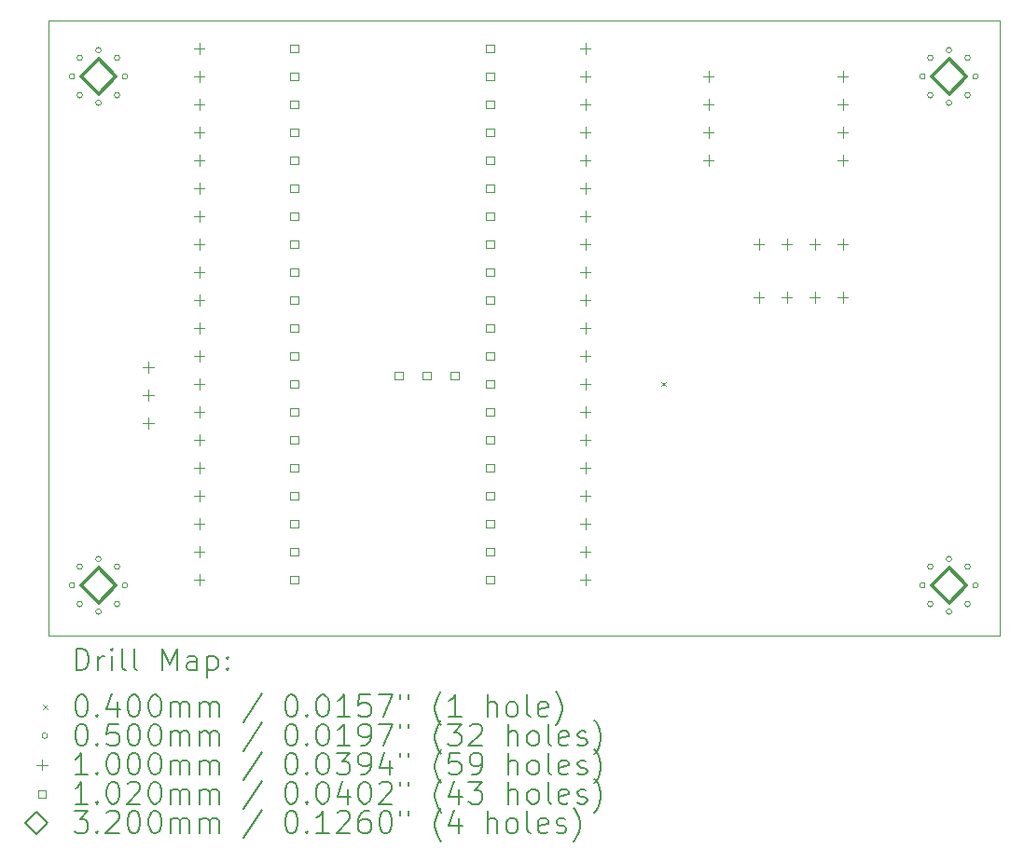
<source format=gbr>
%TF.GenerationSoftware,KiCad,Pcbnew,7.0.8*%
%TF.CreationDate,2023-11-16T15:54:05-08:00*%
%TF.ProjectId,wifi_pc_power_switch,77696669-5f70-4635-9f70-6f7765725f73,rev?*%
%TF.SameCoordinates,Original*%
%TF.FileFunction,Drillmap*%
%TF.FilePolarity,Positive*%
%FSLAX45Y45*%
G04 Gerber Fmt 4.5, Leading zero omitted, Abs format (unit mm)*
G04 Created by KiCad (PCBNEW 7.0.8) date 2023-11-16 15:54:05*
%MOMM*%
%LPD*%
G01*
G04 APERTURE LIST*
%ADD10C,0.100000*%
%ADD11C,0.200000*%
%ADD12C,0.040000*%
%ADD13C,0.050000*%
%ADD14C,0.102000*%
%ADD15C,0.320000*%
G04 APERTURE END LIST*
D10*
X13208000Y-7518400D02*
X21844000Y-7518400D01*
X21844000Y-13106400D01*
X13208000Y-13106400D01*
X13208000Y-7518400D01*
D11*
D12*
X18776000Y-10800400D02*
X18816000Y-10840400D01*
X18816000Y-10800400D02*
X18776000Y-10840400D01*
D13*
X13450200Y-8026400D02*
G75*
G03*
X13450200Y-8026400I-25000J0D01*
G01*
X13450200Y-12649200D02*
G75*
G03*
X13450200Y-12649200I-25000J0D01*
G01*
X13520494Y-7856694D02*
G75*
G03*
X13520494Y-7856694I-25000J0D01*
G01*
X13520494Y-8196106D02*
G75*
G03*
X13520494Y-8196106I-25000J0D01*
G01*
X13520494Y-12479494D02*
G75*
G03*
X13520494Y-12479494I-25000J0D01*
G01*
X13520494Y-12818906D02*
G75*
G03*
X13520494Y-12818906I-25000J0D01*
G01*
X13690200Y-7786400D02*
G75*
G03*
X13690200Y-7786400I-25000J0D01*
G01*
X13690200Y-8266400D02*
G75*
G03*
X13690200Y-8266400I-25000J0D01*
G01*
X13690200Y-12409200D02*
G75*
G03*
X13690200Y-12409200I-25000J0D01*
G01*
X13690200Y-12889200D02*
G75*
G03*
X13690200Y-12889200I-25000J0D01*
G01*
X13859906Y-7856694D02*
G75*
G03*
X13859906Y-7856694I-25000J0D01*
G01*
X13859906Y-8196106D02*
G75*
G03*
X13859906Y-8196106I-25000J0D01*
G01*
X13859906Y-12479494D02*
G75*
G03*
X13859906Y-12479494I-25000J0D01*
G01*
X13859906Y-12818906D02*
G75*
G03*
X13859906Y-12818906I-25000J0D01*
G01*
X13930200Y-8026400D02*
G75*
G03*
X13930200Y-8026400I-25000J0D01*
G01*
X13930200Y-12649200D02*
G75*
G03*
X13930200Y-12649200I-25000J0D01*
G01*
X21171800Y-8026400D02*
G75*
G03*
X21171800Y-8026400I-25000J0D01*
G01*
X21171800Y-12649200D02*
G75*
G03*
X21171800Y-12649200I-25000J0D01*
G01*
X21242094Y-7856694D02*
G75*
G03*
X21242094Y-7856694I-25000J0D01*
G01*
X21242094Y-8196106D02*
G75*
G03*
X21242094Y-8196106I-25000J0D01*
G01*
X21242094Y-12479494D02*
G75*
G03*
X21242094Y-12479494I-25000J0D01*
G01*
X21242094Y-12818906D02*
G75*
G03*
X21242094Y-12818906I-25000J0D01*
G01*
X21411800Y-7786400D02*
G75*
G03*
X21411800Y-7786400I-25000J0D01*
G01*
X21411800Y-8266400D02*
G75*
G03*
X21411800Y-8266400I-25000J0D01*
G01*
X21411800Y-12409200D02*
G75*
G03*
X21411800Y-12409200I-25000J0D01*
G01*
X21411800Y-12889200D02*
G75*
G03*
X21411800Y-12889200I-25000J0D01*
G01*
X21581506Y-7856694D02*
G75*
G03*
X21581506Y-7856694I-25000J0D01*
G01*
X21581506Y-8196106D02*
G75*
G03*
X21581506Y-8196106I-25000J0D01*
G01*
X21581506Y-12479494D02*
G75*
G03*
X21581506Y-12479494I-25000J0D01*
G01*
X21581506Y-12818906D02*
G75*
G03*
X21581506Y-12818906I-25000J0D01*
G01*
X21651800Y-8026400D02*
G75*
G03*
X21651800Y-8026400I-25000J0D01*
G01*
X21651800Y-12649200D02*
G75*
G03*
X21651800Y-12649200I-25000J0D01*
G01*
D10*
X14119900Y-10618000D02*
X14119900Y-10718000D01*
X14069900Y-10668000D02*
X14169900Y-10668000D01*
X14119900Y-10872000D02*
X14119900Y-10972000D01*
X14069900Y-10922000D02*
X14169900Y-10922000D01*
X14119900Y-11126000D02*
X14119900Y-11226000D01*
X14069900Y-11176000D02*
X14169900Y-11176000D01*
X14579600Y-7722400D02*
X14579600Y-7822400D01*
X14529600Y-7772400D02*
X14629600Y-7772400D01*
X14579600Y-7976400D02*
X14579600Y-8076400D01*
X14529600Y-8026400D02*
X14629600Y-8026400D01*
X14579600Y-8230400D02*
X14579600Y-8330400D01*
X14529600Y-8280400D02*
X14629600Y-8280400D01*
X14579600Y-8484400D02*
X14579600Y-8584400D01*
X14529600Y-8534400D02*
X14629600Y-8534400D01*
X14579600Y-8738400D02*
X14579600Y-8838400D01*
X14529600Y-8788400D02*
X14629600Y-8788400D01*
X14579600Y-8992400D02*
X14579600Y-9092400D01*
X14529600Y-9042400D02*
X14629600Y-9042400D01*
X14579600Y-9246400D02*
X14579600Y-9346400D01*
X14529600Y-9296400D02*
X14629600Y-9296400D01*
X14579600Y-9500400D02*
X14579600Y-9600400D01*
X14529600Y-9550400D02*
X14629600Y-9550400D01*
X14579600Y-9754400D02*
X14579600Y-9854400D01*
X14529600Y-9804400D02*
X14629600Y-9804400D01*
X14579600Y-10008400D02*
X14579600Y-10108400D01*
X14529600Y-10058400D02*
X14629600Y-10058400D01*
X14579600Y-10262400D02*
X14579600Y-10362400D01*
X14529600Y-10312400D02*
X14629600Y-10312400D01*
X14579600Y-10516400D02*
X14579600Y-10616400D01*
X14529600Y-10566400D02*
X14629600Y-10566400D01*
X14579600Y-10770400D02*
X14579600Y-10870400D01*
X14529600Y-10820400D02*
X14629600Y-10820400D01*
X14579600Y-11024400D02*
X14579600Y-11124400D01*
X14529600Y-11074400D02*
X14629600Y-11074400D01*
X14579600Y-11278400D02*
X14579600Y-11378400D01*
X14529600Y-11328400D02*
X14629600Y-11328400D01*
X14579600Y-11532400D02*
X14579600Y-11632400D01*
X14529600Y-11582400D02*
X14629600Y-11582400D01*
X14579600Y-11786400D02*
X14579600Y-11886400D01*
X14529600Y-11836400D02*
X14629600Y-11836400D01*
X14579600Y-12040400D02*
X14579600Y-12140400D01*
X14529600Y-12090400D02*
X14629600Y-12090400D01*
X14579600Y-12294400D02*
X14579600Y-12394400D01*
X14529600Y-12344400D02*
X14629600Y-12344400D01*
X14579600Y-12548400D02*
X14579600Y-12648400D01*
X14529600Y-12598400D02*
X14629600Y-12598400D01*
X18084800Y-7722400D02*
X18084800Y-7822400D01*
X18034800Y-7772400D02*
X18134800Y-7772400D01*
X18084800Y-7976400D02*
X18084800Y-8076400D01*
X18034800Y-8026400D02*
X18134800Y-8026400D01*
X18084800Y-8230400D02*
X18084800Y-8330400D01*
X18034800Y-8280400D02*
X18134800Y-8280400D01*
X18084800Y-8484400D02*
X18084800Y-8584400D01*
X18034800Y-8534400D02*
X18134800Y-8534400D01*
X18084800Y-8738400D02*
X18084800Y-8838400D01*
X18034800Y-8788400D02*
X18134800Y-8788400D01*
X18084800Y-8992400D02*
X18084800Y-9092400D01*
X18034800Y-9042400D02*
X18134800Y-9042400D01*
X18084800Y-9246400D02*
X18084800Y-9346400D01*
X18034800Y-9296400D02*
X18134800Y-9296400D01*
X18084800Y-9500400D02*
X18084800Y-9600400D01*
X18034800Y-9550400D02*
X18134800Y-9550400D01*
X18084800Y-9754400D02*
X18084800Y-9854400D01*
X18034800Y-9804400D02*
X18134800Y-9804400D01*
X18084800Y-10008400D02*
X18084800Y-10108400D01*
X18034800Y-10058400D02*
X18134800Y-10058400D01*
X18084800Y-10262400D02*
X18084800Y-10362400D01*
X18034800Y-10312400D02*
X18134800Y-10312400D01*
X18084800Y-10516400D02*
X18084800Y-10616400D01*
X18034800Y-10566400D02*
X18134800Y-10566400D01*
X18084800Y-10770400D02*
X18084800Y-10870400D01*
X18034800Y-10820400D02*
X18134800Y-10820400D01*
X18084800Y-11024400D02*
X18084800Y-11124400D01*
X18034800Y-11074400D02*
X18134800Y-11074400D01*
X18084800Y-11278400D02*
X18084800Y-11378400D01*
X18034800Y-11328400D02*
X18134800Y-11328400D01*
X18084800Y-11532400D02*
X18084800Y-11632400D01*
X18034800Y-11582400D02*
X18134800Y-11582400D01*
X18084800Y-11786400D02*
X18084800Y-11886400D01*
X18034800Y-11836400D02*
X18134800Y-11836400D01*
X18084800Y-12040400D02*
X18084800Y-12140400D01*
X18034800Y-12090400D02*
X18134800Y-12090400D01*
X18084800Y-12294400D02*
X18084800Y-12394400D01*
X18034800Y-12344400D02*
X18134800Y-12344400D01*
X18084800Y-12548400D02*
X18084800Y-12648400D01*
X18034800Y-12598400D02*
X18134800Y-12598400D01*
X19202400Y-7976400D02*
X19202400Y-8076400D01*
X19152400Y-8026400D02*
X19252400Y-8026400D01*
X19202400Y-8230400D02*
X19202400Y-8330400D01*
X19152400Y-8280400D02*
X19252400Y-8280400D01*
X19202400Y-8484400D02*
X19202400Y-8584400D01*
X19152400Y-8534400D02*
X19252400Y-8534400D01*
X19202400Y-8738400D02*
X19202400Y-8838400D01*
X19152400Y-8788400D02*
X19252400Y-8788400D01*
X19659600Y-9500400D02*
X19659600Y-9600400D01*
X19609600Y-9550400D02*
X19709600Y-9550400D01*
X19659600Y-9983000D02*
X19659600Y-10083000D01*
X19609600Y-10033000D02*
X19709600Y-10033000D01*
X19913600Y-9500400D02*
X19913600Y-9600400D01*
X19863600Y-9550400D02*
X19963600Y-9550400D01*
X19913600Y-9983000D02*
X19913600Y-10083000D01*
X19863600Y-10033000D02*
X19963600Y-10033000D01*
X20167600Y-9500400D02*
X20167600Y-9600400D01*
X20117600Y-9550400D02*
X20217600Y-9550400D01*
X20167600Y-9983000D02*
X20167600Y-10083000D01*
X20117600Y-10033000D02*
X20217600Y-10033000D01*
X20421600Y-7976400D02*
X20421600Y-8076400D01*
X20371600Y-8026400D02*
X20471600Y-8026400D01*
X20421600Y-8230400D02*
X20421600Y-8330400D01*
X20371600Y-8280400D02*
X20471600Y-8280400D01*
X20421600Y-8484400D02*
X20421600Y-8584400D01*
X20371600Y-8534400D02*
X20471600Y-8534400D01*
X20421600Y-8738400D02*
X20421600Y-8838400D01*
X20371600Y-8788400D02*
X20471600Y-8788400D01*
X20421600Y-9500400D02*
X20421600Y-9600400D01*
X20371600Y-9550400D02*
X20471600Y-9550400D01*
X20421600Y-9983000D02*
X20421600Y-10083000D01*
X20371600Y-10033000D02*
X20471600Y-10033000D01*
D14*
X15479263Y-7808463D02*
X15479263Y-7736337D01*
X15407137Y-7736337D01*
X15407137Y-7808463D01*
X15479263Y-7808463D01*
X15479263Y-8062463D02*
X15479263Y-7990337D01*
X15407137Y-7990337D01*
X15407137Y-8062463D01*
X15479263Y-8062463D01*
X15479263Y-8316463D02*
X15479263Y-8244337D01*
X15407137Y-8244337D01*
X15407137Y-8316463D01*
X15479263Y-8316463D01*
X15479263Y-8570463D02*
X15479263Y-8498337D01*
X15407137Y-8498337D01*
X15407137Y-8570463D01*
X15479263Y-8570463D01*
X15479263Y-8824463D02*
X15479263Y-8752337D01*
X15407137Y-8752337D01*
X15407137Y-8824463D01*
X15479263Y-8824463D01*
X15479263Y-9078463D02*
X15479263Y-9006337D01*
X15407137Y-9006337D01*
X15407137Y-9078463D01*
X15479263Y-9078463D01*
X15479263Y-9332463D02*
X15479263Y-9260337D01*
X15407137Y-9260337D01*
X15407137Y-9332463D01*
X15479263Y-9332463D01*
X15479263Y-9586463D02*
X15479263Y-9514337D01*
X15407137Y-9514337D01*
X15407137Y-9586463D01*
X15479263Y-9586463D01*
X15479263Y-9840463D02*
X15479263Y-9768337D01*
X15407137Y-9768337D01*
X15407137Y-9840463D01*
X15479263Y-9840463D01*
X15479263Y-10094463D02*
X15479263Y-10022337D01*
X15407137Y-10022337D01*
X15407137Y-10094463D01*
X15479263Y-10094463D01*
X15479263Y-10348463D02*
X15479263Y-10276337D01*
X15407137Y-10276337D01*
X15407137Y-10348463D01*
X15479263Y-10348463D01*
X15479263Y-10602463D02*
X15479263Y-10530337D01*
X15407137Y-10530337D01*
X15407137Y-10602463D01*
X15479263Y-10602463D01*
X15479263Y-10856463D02*
X15479263Y-10784337D01*
X15407137Y-10784337D01*
X15407137Y-10856463D01*
X15479263Y-10856463D01*
X15479263Y-11110463D02*
X15479263Y-11038337D01*
X15407137Y-11038337D01*
X15407137Y-11110463D01*
X15479263Y-11110463D01*
X15479263Y-11364463D02*
X15479263Y-11292337D01*
X15407137Y-11292337D01*
X15407137Y-11364463D01*
X15479263Y-11364463D01*
X15479263Y-11618463D02*
X15479263Y-11546337D01*
X15407137Y-11546337D01*
X15407137Y-11618463D01*
X15479263Y-11618463D01*
X15479263Y-11872463D02*
X15479263Y-11800337D01*
X15407137Y-11800337D01*
X15407137Y-11872463D01*
X15479263Y-11872463D01*
X15479263Y-12126463D02*
X15479263Y-12054337D01*
X15407137Y-12054337D01*
X15407137Y-12126463D01*
X15479263Y-12126463D01*
X15479263Y-12380463D02*
X15479263Y-12308337D01*
X15407137Y-12308337D01*
X15407137Y-12380463D01*
X15479263Y-12380463D01*
X15479263Y-12634463D02*
X15479263Y-12562337D01*
X15407137Y-12562337D01*
X15407137Y-12634463D01*
X15479263Y-12634463D01*
X16426673Y-10781463D02*
X16426673Y-10709337D01*
X16354547Y-10709337D01*
X16354547Y-10781463D01*
X16426673Y-10781463D01*
X16680673Y-10781463D02*
X16680673Y-10709337D01*
X16608547Y-10709337D01*
X16608547Y-10781463D01*
X16680673Y-10781463D01*
X16934673Y-10781463D02*
X16934673Y-10709337D01*
X16862547Y-10709337D01*
X16862547Y-10781463D01*
X16934673Y-10781463D01*
X17257263Y-7808463D02*
X17257263Y-7736337D01*
X17185137Y-7736337D01*
X17185137Y-7808463D01*
X17257263Y-7808463D01*
X17257263Y-8062463D02*
X17257263Y-7990337D01*
X17185137Y-7990337D01*
X17185137Y-8062463D01*
X17257263Y-8062463D01*
X17257263Y-8316463D02*
X17257263Y-8244337D01*
X17185137Y-8244337D01*
X17185137Y-8316463D01*
X17257263Y-8316463D01*
X17257263Y-8570463D02*
X17257263Y-8498337D01*
X17185137Y-8498337D01*
X17185137Y-8570463D01*
X17257263Y-8570463D01*
X17257263Y-8824463D02*
X17257263Y-8752337D01*
X17185137Y-8752337D01*
X17185137Y-8824463D01*
X17257263Y-8824463D01*
X17257263Y-9078463D02*
X17257263Y-9006337D01*
X17185137Y-9006337D01*
X17185137Y-9078463D01*
X17257263Y-9078463D01*
X17257263Y-9332463D02*
X17257263Y-9260337D01*
X17185137Y-9260337D01*
X17185137Y-9332463D01*
X17257263Y-9332463D01*
X17257263Y-9586463D02*
X17257263Y-9514337D01*
X17185137Y-9514337D01*
X17185137Y-9586463D01*
X17257263Y-9586463D01*
X17257263Y-9840463D02*
X17257263Y-9768337D01*
X17185137Y-9768337D01*
X17185137Y-9840463D01*
X17257263Y-9840463D01*
X17257263Y-10094463D02*
X17257263Y-10022337D01*
X17185137Y-10022337D01*
X17185137Y-10094463D01*
X17257263Y-10094463D01*
X17257263Y-10348463D02*
X17257263Y-10276337D01*
X17185137Y-10276337D01*
X17185137Y-10348463D01*
X17257263Y-10348463D01*
X17257263Y-10602463D02*
X17257263Y-10530337D01*
X17185137Y-10530337D01*
X17185137Y-10602463D01*
X17257263Y-10602463D01*
X17257263Y-10856463D02*
X17257263Y-10784337D01*
X17185137Y-10784337D01*
X17185137Y-10856463D01*
X17257263Y-10856463D01*
X17257263Y-11110463D02*
X17257263Y-11038337D01*
X17185137Y-11038337D01*
X17185137Y-11110463D01*
X17257263Y-11110463D01*
X17257263Y-11364463D02*
X17257263Y-11292337D01*
X17185137Y-11292337D01*
X17185137Y-11364463D01*
X17257263Y-11364463D01*
X17257263Y-11618463D02*
X17257263Y-11546337D01*
X17185137Y-11546337D01*
X17185137Y-11618463D01*
X17257263Y-11618463D01*
X17257263Y-11872463D02*
X17257263Y-11800337D01*
X17185137Y-11800337D01*
X17185137Y-11872463D01*
X17257263Y-11872463D01*
X17257263Y-12126463D02*
X17257263Y-12054337D01*
X17185137Y-12054337D01*
X17185137Y-12126463D01*
X17257263Y-12126463D01*
X17257263Y-12380463D02*
X17257263Y-12308337D01*
X17185137Y-12308337D01*
X17185137Y-12380463D01*
X17257263Y-12380463D01*
X17257263Y-12634463D02*
X17257263Y-12562337D01*
X17185137Y-12562337D01*
X17185137Y-12634463D01*
X17257263Y-12634463D01*
D15*
X13665200Y-8186400D02*
X13825200Y-8026400D01*
X13665200Y-7866400D01*
X13505200Y-8026400D01*
X13665200Y-8186400D01*
X13665200Y-12809200D02*
X13825200Y-12649200D01*
X13665200Y-12489200D01*
X13505200Y-12649200D01*
X13665200Y-12809200D01*
X21386800Y-8186400D02*
X21546800Y-8026400D01*
X21386800Y-7866400D01*
X21226800Y-8026400D01*
X21386800Y-8186400D01*
X21386800Y-12809200D02*
X21546800Y-12649200D01*
X21386800Y-12489200D01*
X21226800Y-12649200D01*
X21386800Y-12809200D01*
D11*
X13463777Y-13422884D02*
X13463777Y-13222884D01*
X13463777Y-13222884D02*
X13511396Y-13222884D01*
X13511396Y-13222884D02*
X13539967Y-13232408D01*
X13539967Y-13232408D02*
X13559015Y-13251455D01*
X13559015Y-13251455D02*
X13568539Y-13270503D01*
X13568539Y-13270503D02*
X13578062Y-13308598D01*
X13578062Y-13308598D02*
X13578062Y-13337169D01*
X13578062Y-13337169D02*
X13568539Y-13375265D01*
X13568539Y-13375265D02*
X13559015Y-13394312D01*
X13559015Y-13394312D02*
X13539967Y-13413360D01*
X13539967Y-13413360D02*
X13511396Y-13422884D01*
X13511396Y-13422884D02*
X13463777Y-13422884D01*
X13663777Y-13422884D02*
X13663777Y-13289550D01*
X13663777Y-13327646D02*
X13673301Y-13308598D01*
X13673301Y-13308598D02*
X13682824Y-13299074D01*
X13682824Y-13299074D02*
X13701872Y-13289550D01*
X13701872Y-13289550D02*
X13720920Y-13289550D01*
X13787586Y-13422884D02*
X13787586Y-13289550D01*
X13787586Y-13222884D02*
X13778062Y-13232408D01*
X13778062Y-13232408D02*
X13787586Y-13241931D01*
X13787586Y-13241931D02*
X13797110Y-13232408D01*
X13797110Y-13232408D02*
X13787586Y-13222884D01*
X13787586Y-13222884D02*
X13787586Y-13241931D01*
X13911396Y-13422884D02*
X13892348Y-13413360D01*
X13892348Y-13413360D02*
X13882824Y-13394312D01*
X13882824Y-13394312D02*
X13882824Y-13222884D01*
X14016158Y-13422884D02*
X13997110Y-13413360D01*
X13997110Y-13413360D02*
X13987586Y-13394312D01*
X13987586Y-13394312D02*
X13987586Y-13222884D01*
X14244729Y-13422884D02*
X14244729Y-13222884D01*
X14244729Y-13222884D02*
X14311396Y-13365741D01*
X14311396Y-13365741D02*
X14378062Y-13222884D01*
X14378062Y-13222884D02*
X14378062Y-13422884D01*
X14559015Y-13422884D02*
X14559015Y-13318122D01*
X14559015Y-13318122D02*
X14549491Y-13299074D01*
X14549491Y-13299074D02*
X14530443Y-13289550D01*
X14530443Y-13289550D02*
X14492348Y-13289550D01*
X14492348Y-13289550D02*
X14473301Y-13299074D01*
X14559015Y-13413360D02*
X14539967Y-13422884D01*
X14539967Y-13422884D02*
X14492348Y-13422884D01*
X14492348Y-13422884D02*
X14473301Y-13413360D01*
X14473301Y-13413360D02*
X14463777Y-13394312D01*
X14463777Y-13394312D02*
X14463777Y-13375265D01*
X14463777Y-13375265D02*
X14473301Y-13356217D01*
X14473301Y-13356217D02*
X14492348Y-13346693D01*
X14492348Y-13346693D02*
X14539967Y-13346693D01*
X14539967Y-13346693D02*
X14559015Y-13337169D01*
X14654253Y-13289550D02*
X14654253Y-13489550D01*
X14654253Y-13299074D02*
X14673301Y-13289550D01*
X14673301Y-13289550D02*
X14711396Y-13289550D01*
X14711396Y-13289550D02*
X14730443Y-13299074D01*
X14730443Y-13299074D02*
X14739967Y-13308598D01*
X14739967Y-13308598D02*
X14749491Y-13327646D01*
X14749491Y-13327646D02*
X14749491Y-13384788D01*
X14749491Y-13384788D02*
X14739967Y-13403836D01*
X14739967Y-13403836D02*
X14730443Y-13413360D01*
X14730443Y-13413360D02*
X14711396Y-13422884D01*
X14711396Y-13422884D02*
X14673301Y-13422884D01*
X14673301Y-13422884D02*
X14654253Y-13413360D01*
X14835205Y-13403836D02*
X14844729Y-13413360D01*
X14844729Y-13413360D02*
X14835205Y-13422884D01*
X14835205Y-13422884D02*
X14825682Y-13413360D01*
X14825682Y-13413360D02*
X14835205Y-13403836D01*
X14835205Y-13403836D02*
X14835205Y-13422884D01*
X14835205Y-13299074D02*
X14844729Y-13308598D01*
X14844729Y-13308598D02*
X14835205Y-13318122D01*
X14835205Y-13318122D02*
X14825682Y-13308598D01*
X14825682Y-13308598D02*
X14835205Y-13299074D01*
X14835205Y-13299074D02*
X14835205Y-13318122D01*
D12*
X13163000Y-13731400D02*
X13203000Y-13771400D01*
X13203000Y-13731400D02*
X13163000Y-13771400D01*
D11*
X13501872Y-13642884D02*
X13520920Y-13642884D01*
X13520920Y-13642884D02*
X13539967Y-13652408D01*
X13539967Y-13652408D02*
X13549491Y-13661931D01*
X13549491Y-13661931D02*
X13559015Y-13680979D01*
X13559015Y-13680979D02*
X13568539Y-13719074D01*
X13568539Y-13719074D02*
X13568539Y-13766693D01*
X13568539Y-13766693D02*
X13559015Y-13804788D01*
X13559015Y-13804788D02*
X13549491Y-13823836D01*
X13549491Y-13823836D02*
X13539967Y-13833360D01*
X13539967Y-13833360D02*
X13520920Y-13842884D01*
X13520920Y-13842884D02*
X13501872Y-13842884D01*
X13501872Y-13842884D02*
X13482824Y-13833360D01*
X13482824Y-13833360D02*
X13473301Y-13823836D01*
X13473301Y-13823836D02*
X13463777Y-13804788D01*
X13463777Y-13804788D02*
X13454253Y-13766693D01*
X13454253Y-13766693D02*
X13454253Y-13719074D01*
X13454253Y-13719074D02*
X13463777Y-13680979D01*
X13463777Y-13680979D02*
X13473301Y-13661931D01*
X13473301Y-13661931D02*
X13482824Y-13652408D01*
X13482824Y-13652408D02*
X13501872Y-13642884D01*
X13654253Y-13823836D02*
X13663777Y-13833360D01*
X13663777Y-13833360D02*
X13654253Y-13842884D01*
X13654253Y-13842884D02*
X13644729Y-13833360D01*
X13644729Y-13833360D02*
X13654253Y-13823836D01*
X13654253Y-13823836D02*
X13654253Y-13842884D01*
X13835205Y-13709550D02*
X13835205Y-13842884D01*
X13787586Y-13633360D02*
X13739967Y-13776217D01*
X13739967Y-13776217D02*
X13863777Y-13776217D01*
X13978062Y-13642884D02*
X13997110Y-13642884D01*
X13997110Y-13642884D02*
X14016158Y-13652408D01*
X14016158Y-13652408D02*
X14025682Y-13661931D01*
X14025682Y-13661931D02*
X14035205Y-13680979D01*
X14035205Y-13680979D02*
X14044729Y-13719074D01*
X14044729Y-13719074D02*
X14044729Y-13766693D01*
X14044729Y-13766693D02*
X14035205Y-13804788D01*
X14035205Y-13804788D02*
X14025682Y-13823836D01*
X14025682Y-13823836D02*
X14016158Y-13833360D01*
X14016158Y-13833360D02*
X13997110Y-13842884D01*
X13997110Y-13842884D02*
X13978062Y-13842884D01*
X13978062Y-13842884D02*
X13959015Y-13833360D01*
X13959015Y-13833360D02*
X13949491Y-13823836D01*
X13949491Y-13823836D02*
X13939967Y-13804788D01*
X13939967Y-13804788D02*
X13930443Y-13766693D01*
X13930443Y-13766693D02*
X13930443Y-13719074D01*
X13930443Y-13719074D02*
X13939967Y-13680979D01*
X13939967Y-13680979D02*
X13949491Y-13661931D01*
X13949491Y-13661931D02*
X13959015Y-13652408D01*
X13959015Y-13652408D02*
X13978062Y-13642884D01*
X14168539Y-13642884D02*
X14187586Y-13642884D01*
X14187586Y-13642884D02*
X14206634Y-13652408D01*
X14206634Y-13652408D02*
X14216158Y-13661931D01*
X14216158Y-13661931D02*
X14225682Y-13680979D01*
X14225682Y-13680979D02*
X14235205Y-13719074D01*
X14235205Y-13719074D02*
X14235205Y-13766693D01*
X14235205Y-13766693D02*
X14225682Y-13804788D01*
X14225682Y-13804788D02*
X14216158Y-13823836D01*
X14216158Y-13823836D02*
X14206634Y-13833360D01*
X14206634Y-13833360D02*
X14187586Y-13842884D01*
X14187586Y-13842884D02*
X14168539Y-13842884D01*
X14168539Y-13842884D02*
X14149491Y-13833360D01*
X14149491Y-13833360D02*
X14139967Y-13823836D01*
X14139967Y-13823836D02*
X14130443Y-13804788D01*
X14130443Y-13804788D02*
X14120920Y-13766693D01*
X14120920Y-13766693D02*
X14120920Y-13719074D01*
X14120920Y-13719074D02*
X14130443Y-13680979D01*
X14130443Y-13680979D02*
X14139967Y-13661931D01*
X14139967Y-13661931D02*
X14149491Y-13652408D01*
X14149491Y-13652408D02*
X14168539Y-13642884D01*
X14320920Y-13842884D02*
X14320920Y-13709550D01*
X14320920Y-13728598D02*
X14330443Y-13719074D01*
X14330443Y-13719074D02*
X14349491Y-13709550D01*
X14349491Y-13709550D02*
X14378063Y-13709550D01*
X14378063Y-13709550D02*
X14397110Y-13719074D01*
X14397110Y-13719074D02*
X14406634Y-13738122D01*
X14406634Y-13738122D02*
X14406634Y-13842884D01*
X14406634Y-13738122D02*
X14416158Y-13719074D01*
X14416158Y-13719074D02*
X14435205Y-13709550D01*
X14435205Y-13709550D02*
X14463777Y-13709550D01*
X14463777Y-13709550D02*
X14482824Y-13719074D01*
X14482824Y-13719074D02*
X14492348Y-13738122D01*
X14492348Y-13738122D02*
X14492348Y-13842884D01*
X14587586Y-13842884D02*
X14587586Y-13709550D01*
X14587586Y-13728598D02*
X14597110Y-13719074D01*
X14597110Y-13719074D02*
X14616158Y-13709550D01*
X14616158Y-13709550D02*
X14644729Y-13709550D01*
X14644729Y-13709550D02*
X14663777Y-13719074D01*
X14663777Y-13719074D02*
X14673301Y-13738122D01*
X14673301Y-13738122D02*
X14673301Y-13842884D01*
X14673301Y-13738122D02*
X14682824Y-13719074D01*
X14682824Y-13719074D02*
X14701872Y-13709550D01*
X14701872Y-13709550D02*
X14730443Y-13709550D01*
X14730443Y-13709550D02*
X14749491Y-13719074D01*
X14749491Y-13719074D02*
X14759015Y-13738122D01*
X14759015Y-13738122D02*
X14759015Y-13842884D01*
X15149491Y-13633360D02*
X14978063Y-13890503D01*
X15406634Y-13642884D02*
X15425682Y-13642884D01*
X15425682Y-13642884D02*
X15444729Y-13652408D01*
X15444729Y-13652408D02*
X15454253Y-13661931D01*
X15454253Y-13661931D02*
X15463777Y-13680979D01*
X15463777Y-13680979D02*
X15473301Y-13719074D01*
X15473301Y-13719074D02*
X15473301Y-13766693D01*
X15473301Y-13766693D02*
X15463777Y-13804788D01*
X15463777Y-13804788D02*
X15454253Y-13823836D01*
X15454253Y-13823836D02*
X15444729Y-13833360D01*
X15444729Y-13833360D02*
X15425682Y-13842884D01*
X15425682Y-13842884D02*
X15406634Y-13842884D01*
X15406634Y-13842884D02*
X15387586Y-13833360D01*
X15387586Y-13833360D02*
X15378063Y-13823836D01*
X15378063Y-13823836D02*
X15368539Y-13804788D01*
X15368539Y-13804788D02*
X15359015Y-13766693D01*
X15359015Y-13766693D02*
X15359015Y-13719074D01*
X15359015Y-13719074D02*
X15368539Y-13680979D01*
X15368539Y-13680979D02*
X15378063Y-13661931D01*
X15378063Y-13661931D02*
X15387586Y-13652408D01*
X15387586Y-13652408D02*
X15406634Y-13642884D01*
X15559015Y-13823836D02*
X15568539Y-13833360D01*
X15568539Y-13833360D02*
X15559015Y-13842884D01*
X15559015Y-13842884D02*
X15549491Y-13833360D01*
X15549491Y-13833360D02*
X15559015Y-13823836D01*
X15559015Y-13823836D02*
X15559015Y-13842884D01*
X15692348Y-13642884D02*
X15711396Y-13642884D01*
X15711396Y-13642884D02*
X15730444Y-13652408D01*
X15730444Y-13652408D02*
X15739967Y-13661931D01*
X15739967Y-13661931D02*
X15749491Y-13680979D01*
X15749491Y-13680979D02*
X15759015Y-13719074D01*
X15759015Y-13719074D02*
X15759015Y-13766693D01*
X15759015Y-13766693D02*
X15749491Y-13804788D01*
X15749491Y-13804788D02*
X15739967Y-13823836D01*
X15739967Y-13823836D02*
X15730444Y-13833360D01*
X15730444Y-13833360D02*
X15711396Y-13842884D01*
X15711396Y-13842884D02*
X15692348Y-13842884D01*
X15692348Y-13842884D02*
X15673301Y-13833360D01*
X15673301Y-13833360D02*
X15663777Y-13823836D01*
X15663777Y-13823836D02*
X15654253Y-13804788D01*
X15654253Y-13804788D02*
X15644729Y-13766693D01*
X15644729Y-13766693D02*
X15644729Y-13719074D01*
X15644729Y-13719074D02*
X15654253Y-13680979D01*
X15654253Y-13680979D02*
X15663777Y-13661931D01*
X15663777Y-13661931D02*
X15673301Y-13652408D01*
X15673301Y-13652408D02*
X15692348Y-13642884D01*
X15949491Y-13842884D02*
X15835206Y-13842884D01*
X15892348Y-13842884D02*
X15892348Y-13642884D01*
X15892348Y-13642884D02*
X15873301Y-13671455D01*
X15873301Y-13671455D02*
X15854253Y-13690503D01*
X15854253Y-13690503D02*
X15835206Y-13700027D01*
X16130444Y-13642884D02*
X16035206Y-13642884D01*
X16035206Y-13642884D02*
X16025682Y-13738122D01*
X16025682Y-13738122D02*
X16035206Y-13728598D01*
X16035206Y-13728598D02*
X16054253Y-13719074D01*
X16054253Y-13719074D02*
X16101872Y-13719074D01*
X16101872Y-13719074D02*
X16120920Y-13728598D01*
X16120920Y-13728598D02*
X16130444Y-13738122D01*
X16130444Y-13738122D02*
X16139967Y-13757169D01*
X16139967Y-13757169D02*
X16139967Y-13804788D01*
X16139967Y-13804788D02*
X16130444Y-13823836D01*
X16130444Y-13823836D02*
X16120920Y-13833360D01*
X16120920Y-13833360D02*
X16101872Y-13842884D01*
X16101872Y-13842884D02*
X16054253Y-13842884D01*
X16054253Y-13842884D02*
X16035206Y-13833360D01*
X16035206Y-13833360D02*
X16025682Y-13823836D01*
X16206634Y-13642884D02*
X16339967Y-13642884D01*
X16339967Y-13642884D02*
X16254253Y-13842884D01*
X16406634Y-13642884D02*
X16406634Y-13680979D01*
X16482825Y-13642884D02*
X16482825Y-13680979D01*
X16778063Y-13919074D02*
X16768539Y-13909550D01*
X16768539Y-13909550D02*
X16749491Y-13880979D01*
X16749491Y-13880979D02*
X16739968Y-13861931D01*
X16739968Y-13861931D02*
X16730444Y-13833360D01*
X16730444Y-13833360D02*
X16720920Y-13785741D01*
X16720920Y-13785741D02*
X16720920Y-13747646D01*
X16720920Y-13747646D02*
X16730444Y-13700027D01*
X16730444Y-13700027D02*
X16739968Y-13671455D01*
X16739968Y-13671455D02*
X16749491Y-13652408D01*
X16749491Y-13652408D02*
X16768539Y-13623836D01*
X16768539Y-13623836D02*
X16778063Y-13614312D01*
X16959015Y-13842884D02*
X16844730Y-13842884D01*
X16901872Y-13842884D02*
X16901872Y-13642884D01*
X16901872Y-13642884D02*
X16882825Y-13671455D01*
X16882825Y-13671455D02*
X16863777Y-13690503D01*
X16863777Y-13690503D02*
X16844730Y-13700027D01*
X17197111Y-13842884D02*
X17197111Y-13642884D01*
X17282825Y-13842884D02*
X17282825Y-13738122D01*
X17282825Y-13738122D02*
X17273301Y-13719074D01*
X17273301Y-13719074D02*
X17254253Y-13709550D01*
X17254253Y-13709550D02*
X17225682Y-13709550D01*
X17225682Y-13709550D02*
X17206634Y-13719074D01*
X17206634Y-13719074D02*
X17197111Y-13728598D01*
X17406634Y-13842884D02*
X17387587Y-13833360D01*
X17387587Y-13833360D02*
X17378063Y-13823836D01*
X17378063Y-13823836D02*
X17368539Y-13804788D01*
X17368539Y-13804788D02*
X17368539Y-13747646D01*
X17368539Y-13747646D02*
X17378063Y-13728598D01*
X17378063Y-13728598D02*
X17387587Y-13719074D01*
X17387587Y-13719074D02*
X17406634Y-13709550D01*
X17406634Y-13709550D02*
X17435206Y-13709550D01*
X17435206Y-13709550D02*
X17454253Y-13719074D01*
X17454253Y-13719074D02*
X17463777Y-13728598D01*
X17463777Y-13728598D02*
X17473301Y-13747646D01*
X17473301Y-13747646D02*
X17473301Y-13804788D01*
X17473301Y-13804788D02*
X17463777Y-13823836D01*
X17463777Y-13823836D02*
X17454253Y-13833360D01*
X17454253Y-13833360D02*
X17435206Y-13842884D01*
X17435206Y-13842884D02*
X17406634Y-13842884D01*
X17587587Y-13842884D02*
X17568539Y-13833360D01*
X17568539Y-13833360D02*
X17559015Y-13814312D01*
X17559015Y-13814312D02*
X17559015Y-13642884D01*
X17739968Y-13833360D02*
X17720920Y-13842884D01*
X17720920Y-13842884D02*
X17682825Y-13842884D01*
X17682825Y-13842884D02*
X17663777Y-13833360D01*
X17663777Y-13833360D02*
X17654253Y-13814312D01*
X17654253Y-13814312D02*
X17654253Y-13738122D01*
X17654253Y-13738122D02*
X17663777Y-13719074D01*
X17663777Y-13719074D02*
X17682825Y-13709550D01*
X17682825Y-13709550D02*
X17720920Y-13709550D01*
X17720920Y-13709550D02*
X17739968Y-13719074D01*
X17739968Y-13719074D02*
X17749492Y-13738122D01*
X17749492Y-13738122D02*
X17749492Y-13757169D01*
X17749492Y-13757169D02*
X17654253Y-13776217D01*
X17816158Y-13919074D02*
X17825682Y-13909550D01*
X17825682Y-13909550D02*
X17844730Y-13880979D01*
X17844730Y-13880979D02*
X17854253Y-13861931D01*
X17854253Y-13861931D02*
X17863777Y-13833360D01*
X17863777Y-13833360D02*
X17873301Y-13785741D01*
X17873301Y-13785741D02*
X17873301Y-13747646D01*
X17873301Y-13747646D02*
X17863777Y-13700027D01*
X17863777Y-13700027D02*
X17854253Y-13671455D01*
X17854253Y-13671455D02*
X17844730Y-13652408D01*
X17844730Y-13652408D02*
X17825682Y-13623836D01*
X17825682Y-13623836D02*
X17816158Y-13614312D01*
D13*
X13203000Y-14015400D02*
G75*
G03*
X13203000Y-14015400I-25000J0D01*
G01*
D11*
X13501872Y-13906884D02*
X13520920Y-13906884D01*
X13520920Y-13906884D02*
X13539967Y-13916408D01*
X13539967Y-13916408D02*
X13549491Y-13925931D01*
X13549491Y-13925931D02*
X13559015Y-13944979D01*
X13559015Y-13944979D02*
X13568539Y-13983074D01*
X13568539Y-13983074D02*
X13568539Y-14030693D01*
X13568539Y-14030693D02*
X13559015Y-14068788D01*
X13559015Y-14068788D02*
X13549491Y-14087836D01*
X13549491Y-14087836D02*
X13539967Y-14097360D01*
X13539967Y-14097360D02*
X13520920Y-14106884D01*
X13520920Y-14106884D02*
X13501872Y-14106884D01*
X13501872Y-14106884D02*
X13482824Y-14097360D01*
X13482824Y-14097360D02*
X13473301Y-14087836D01*
X13473301Y-14087836D02*
X13463777Y-14068788D01*
X13463777Y-14068788D02*
X13454253Y-14030693D01*
X13454253Y-14030693D02*
X13454253Y-13983074D01*
X13454253Y-13983074D02*
X13463777Y-13944979D01*
X13463777Y-13944979D02*
X13473301Y-13925931D01*
X13473301Y-13925931D02*
X13482824Y-13916408D01*
X13482824Y-13916408D02*
X13501872Y-13906884D01*
X13654253Y-14087836D02*
X13663777Y-14097360D01*
X13663777Y-14097360D02*
X13654253Y-14106884D01*
X13654253Y-14106884D02*
X13644729Y-14097360D01*
X13644729Y-14097360D02*
X13654253Y-14087836D01*
X13654253Y-14087836D02*
X13654253Y-14106884D01*
X13844729Y-13906884D02*
X13749491Y-13906884D01*
X13749491Y-13906884D02*
X13739967Y-14002122D01*
X13739967Y-14002122D02*
X13749491Y-13992598D01*
X13749491Y-13992598D02*
X13768539Y-13983074D01*
X13768539Y-13983074D02*
X13816158Y-13983074D01*
X13816158Y-13983074D02*
X13835205Y-13992598D01*
X13835205Y-13992598D02*
X13844729Y-14002122D01*
X13844729Y-14002122D02*
X13854253Y-14021169D01*
X13854253Y-14021169D02*
X13854253Y-14068788D01*
X13854253Y-14068788D02*
X13844729Y-14087836D01*
X13844729Y-14087836D02*
X13835205Y-14097360D01*
X13835205Y-14097360D02*
X13816158Y-14106884D01*
X13816158Y-14106884D02*
X13768539Y-14106884D01*
X13768539Y-14106884D02*
X13749491Y-14097360D01*
X13749491Y-14097360D02*
X13739967Y-14087836D01*
X13978062Y-13906884D02*
X13997110Y-13906884D01*
X13997110Y-13906884D02*
X14016158Y-13916408D01*
X14016158Y-13916408D02*
X14025682Y-13925931D01*
X14025682Y-13925931D02*
X14035205Y-13944979D01*
X14035205Y-13944979D02*
X14044729Y-13983074D01*
X14044729Y-13983074D02*
X14044729Y-14030693D01*
X14044729Y-14030693D02*
X14035205Y-14068788D01*
X14035205Y-14068788D02*
X14025682Y-14087836D01*
X14025682Y-14087836D02*
X14016158Y-14097360D01*
X14016158Y-14097360D02*
X13997110Y-14106884D01*
X13997110Y-14106884D02*
X13978062Y-14106884D01*
X13978062Y-14106884D02*
X13959015Y-14097360D01*
X13959015Y-14097360D02*
X13949491Y-14087836D01*
X13949491Y-14087836D02*
X13939967Y-14068788D01*
X13939967Y-14068788D02*
X13930443Y-14030693D01*
X13930443Y-14030693D02*
X13930443Y-13983074D01*
X13930443Y-13983074D02*
X13939967Y-13944979D01*
X13939967Y-13944979D02*
X13949491Y-13925931D01*
X13949491Y-13925931D02*
X13959015Y-13916408D01*
X13959015Y-13916408D02*
X13978062Y-13906884D01*
X14168539Y-13906884D02*
X14187586Y-13906884D01*
X14187586Y-13906884D02*
X14206634Y-13916408D01*
X14206634Y-13916408D02*
X14216158Y-13925931D01*
X14216158Y-13925931D02*
X14225682Y-13944979D01*
X14225682Y-13944979D02*
X14235205Y-13983074D01*
X14235205Y-13983074D02*
X14235205Y-14030693D01*
X14235205Y-14030693D02*
X14225682Y-14068788D01*
X14225682Y-14068788D02*
X14216158Y-14087836D01*
X14216158Y-14087836D02*
X14206634Y-14097360D01*
X14206634Y-14097360D02*
X14187586Y-14106884D01*
X14187586Y-14106884D02*
X14168539Y-14106884D01*
X14168539Y-14106884D02*
X14149491Y-14097360D01*
X14149491Y-14097360D02*
X14139967Y-14087836D01*
X14139967Y-14087836D02*
X14130443Y-14068788D01*
X14130443Y-14068788D02*
X14120920Y-14030693D01*
X14120920Y-14030693D02*
X14120920Y-13983074D01*
X14120920Y-13983074D02*
X14130443Y-13944979D01*
X14130443Y-13944979D02*
X14139967Y-13925931D01*
X14139967Y-13925931D02*
X14149491Y-13916408D01*
X14149491Y-13916408D02*
X14168539Y-13906884D01*
X14320920Y-14106884D02*
X14320920Y-13973550D01*
X14320920Y-13992598D02*
X14330443Y-13983074D01*
X14330443Y-13983074D02*
X14349491Y-13973550D01*
X14349491Y-13973550D02*
X14378063Y-13973550D01*
X14378063Y-13973550D02*
X14397110Y-13983074D01*
X14397110Y-13983074D02*
X14406634Y-14002122D01*
X14406634Y-14002122D02*
X14406634Y-14106884D01*
X14406634Y-14002122D02*
X14416158Y-13983074D01*
X14416158Y-13983074D02*
X14435205Y-13973550D01*
X14435205Y-13973550D02*
X14463777Y-13973550D01*
X14463777Y-13973550D02*
X14482824Y-13983074D01*
X14482824Y-13983074D02*
X14492348Y-14002122D01*
X14492348Y-14002122D02*
X14492348Y-14106884D01*
X14587586Y-14106884D02*
X14587586Y-13973550D01*
X14587586Y-13992598D02*
X14597110Y-13983074D01*
X14597110Y-13983074D02*
X14616158Y-13973550D01*
X14616158Y-13973550D02*
X14644729Y-13973550D01*
X14644729Y-13973550D02*
X14663777Y-13983074D01*
X14663777Y-13983074D02*
X14673301Y-14002122D01*
X14673301Y-14002122D02*
X14673301Y-14106884D01*
X14673301Y-14002122D02*
X14682824Y-13983074D01*
X14682824Y-13983074D02*
X14701872Y-13973550D01*
X14701872Y-13973550D02*
X14730443Y-13973550D01*
X14730443Y-13973550D02*
X14749491Y-13983074D01*
X14749491Y-13983074D02*
X14759015Y-14002122D01*
X14759015Y-14002122D02*
X14759015Y-14106884D01*
X15149491Y-13897360D02*
X14978063Y-14154503D01*
X15406634Y-13906884D02*
X15425682Y-13906884D01*
X15425682Y-13906884D02*
X15444729Y-13916408D01*
X15444729Y-13916408D02*
X15454253Y-13925931D01*
X15454253Y-13925931D02*
X15463777Y-13944979D01*
X15463777Y-13944979D02*
X15473301Y-13983074D01*
X15473301Y-13983074D02*
X15473301Y-14030693D01*
X15473301Y-14030693D02*
X15463777Y-14068788D01*
X15463777Y-14068788D02*
X15454253Y-14087836D01*
X15454253Y-14087836D02*
X15444729Y-14097360D01*
X15444729Y-14097360D02*
X15425682Y-14106884D01*
X15425682Y-14106884D02*
X15406634Y-14106884D01*
X15406634Y-14106884D02*
X15387586Y-14097360D01*
X15387586Y-14097360D02*
X15378063Y-14087836D01*
X15378063Y-14087836D02*
X15368539Y-14068788D01*
X15368539Y-14068788D02*
X15359015Y-14030693D01*
X15359015Y-14030693D02*
X15359015Y-13983074D01*
X15359015Y-13983074D02*
X15368539Y-13944979D01*
X15368539Y-13944979D02*
X15378063Y-13925931D01*
X15378063Y-13925931D02*
X15387586Y-13916408D01*
X15387586Y-13916408D02*
X15406634Y-13906884D01*
X15559015Y-14087836D02*
X15568539Y-14097360D01*
X15568539Y-14097360D02*
X15559015Y-14106884D01*
X15559015Y-14106884D02*
X15549491Y-14097360D01*
X15549491Y-14097360D02*
X15559015Y-14087836D01*
X15559015Y-14087836D02*
X15559015Y-14106884D01*
X15692348Y-13906884D02*
X15711396Y-13906884D01*
X15711396Y-13906884D02*
X15730444Y-13916408D01*
X15730444Y-13916408D02*
X15739967Y-13925931D01*
X15739967Y-13925931D02*
X15749491Y-13944979D01*
X15749491Y-13944979D02*
X15759015Y-13983074D01*
X15759015Y-13983074D02*
X15759015Y-14030693D01*
X15759015Y-14030693D02*
X15749491Y-14068788D01*
X15749491Y-14068788D02*
X15739967Y-14087836D01*
X15739967Y-14087836D02*
X15730444Y-14097360D01*
X15730444Y-14097360D02*
X15711396Y-14106884D01*
X15711396Y-14106884D02*
X15692348Y-14106884D01*
X15692348Y-14106884D02*
X15673301Y-14097360D01*
X15673301Y-14097360D02*
X15663777Y-14087836D01*
X15663777Y-14087836D02*
X15654253Y-14068788D01*
X15654253Y-14068788D02*
X15644729Y-14030693D01*
X15644729Y-14030693D02*
X15644729Y-13983074D01*
X15644729Y-13983074D02*
X15654253Y-13944979D01*
X15654253Y-13944979D02*
X15663777Y-13925931D01*
X15663777Y-13925931D02*
X15673301Y-13916408D01*
X15673301Y-13916408D02*
X15692348Y-13906884D01*
X15949491Y-14106884D02*
X15835206Y-14106884D01*
X15892348Y-14106884D02*
X15892348Y-13906884D01*
X15892348Y-13906884D02*
X15873301Y-13935455D01*
X15873301Y-13935455D02*
X15854253Y-13954503D01*
X15854253Y-13954503D02*
X15835206Y-13964027D01*
X16044729Y-14106884D02*
X16082825Y-14106884D01*
X16082825Y-14106884D02*
X16101872Y-14097360D01*
X16101872Y-14097360D02*
X16111396Y-14087836D01*
X16111396Y-14087836D02*
X16130444Y-14059265D01*
X16130444Y-14059265D02*
X16139967Y-14021169D01*
X16139967Y-14021169D02*
X16139967Y-13944979D01*
X16139967Y-13944979D02*
X16130444Y-13925931D01*
X16130444Y-13925931D02*
X16120920Y-13916408D01*
X16120920Y-13916408D02*
X16101872Y-13906884D01*
X16101872Y-13906884D02*
X16063777Y-13906884D01*
X16063777Y-13906884D02*
X16044729Y-13916408D01*
X16044729Y-13916408D02*
X16035206Y-13925931D01*
X16035206Y-13925931D02*
X16025682Y-13944979D01*
X16025682Y-13944979D02*
X16025682Y-13992598D01*
X16025682Y-13992598D02*
X16035206Y-14011646D01*
X16035206Y-14011646D02*
X16044729Y-14021169D01*
X16044729Y-14021169D02*
X16063777Y-14030693D01*
X16063777Y-14030693D02*
X16101872Y-14030693D01*
X16101872Y-14030693D02*
X16120920Y-14021169D01*
X16120920Y-14021169D02*
X16130444Y-14011646D01*
X16130444Y-14011646D02*
X16139967Y-13992598D01*
X16206634Y-13906884D02*
X16339967Y-13906884D01*
X16339967Y-13906884D02*
X16254253Y-14106884D01*
X16406634Y-13906884D02*
X16406634Y-13944979D01*
X16482825Y-13906884D02*
X16482825Y-13944979D01*
X16778063Y-14183074D02*
X16768539Y-14173550D01*
X16768539Y-14173550D02*
X16749491Y-14144979D01*
X16749491Y-14144979D02*
X16739968Y-14125931D01*
X16739968Y-14125931D02*
X16730444Y-14097360D01*
X16730444Y-14097360D02*
X16720920Y-14049741D01*
X16720920Y-14049741D02*
X16720920Y-14011646D01*
X16720920Y-14011646D02*
X16730444Y-13964027D01*
X16730444Y-13964027D02*
X16739968Y-13935455D01*
X16739968Y-13935455D02*
X16749491Y-13916408D01*
X16749491Y-13916408D02*
X16768539Y-13887836D01*
X16768539Y-13887836D02*
X16778063Y-13878312D01*
X16835206Y-13906884D02*
X16959015Y-13906884D01*
X16959015Y-13906884D02*
X16892349Y-13983074D01*
X16892349Y-13983074D02*
X16920920Y-13983074D01*
X16920920Y-13983074D02*
X16939968Y-13992598D01*
X16939968Y-13992598D02*
X16949491Y-14002122D01*
X16949491Y-14002122D02*
X16959015Y-14021169D01*
X16959015Y-14021169D02*
X16959015Y-14068788D01*
X16959015Y-14068788D02*
X16949491Y-14087836D01*
X16949491Y-14087836D02*
X16939968Y-14097360D01*
X16939968Y-14097360D02*
X16920920Y-14106884D01*
X16920920Y-14106884D02*
X16863777Y-14106884D01*
X16863777Y-14106884D02*
X16844730Y-14097360D01*
X16844730Y-14097360D02*
X16835206Y-14087836D01*
X17035206Y-13925931D02*
X17044730Y-13916408D01*
X17044730Y-13916408D02*
X17063777Y-13906884D01*
X17063777Y-13906884D02*
X17111396Y-13906884D01*
X17111396Y-13906884D02*
X17130444Y-13916408D01*
X17130444Y-13916408D02*
X17139968Y-13925931D01*
X17139968Y-13925931D02*
X17149491Y-13944979D01*
X17149491Y-13944979D02*
X17149491Y-13964027D01*
X17149491Y-13964027D02*
X17139968Y-13992598D01*
X17139968Y-13992598D02*
X17025682Y-14106884D01*
X17025682Y-14106884D02*
X17149491Y-14106884D01*
X17387587Y-14106884D02*
X17387587Y-13906884D01*
X17473301Y-14106884D02*
X17473301Y-14002122D01*
X17473301Y-14002122D02*
X17463777Y-13983074D01*
X17463777Y-13983074D02*
X17444730Y-13973550D01*
X17444730Y-13973550D02*
X17416158Y-13973550D01*
X17416158Y-13973550D02*
X17397111Y-13983074D01*
X17397111Y-13983074D02*
X17387587Y-13992598D01*
X17597111Y-14106884D02*
X17578063Y-14097360D01*
X17578063Y-14097360D02*
X17568539Y-14087836D01*
X17568539Y-14087836D02*
X17559015Y-14068788D01*
X17559015Y-14068788D02*
X17559015Y-14011646D01*
X17559015Y-14011646D02*
X17568539Y-13992598D01*
X17568539Y-13992598D02*
X17578063Y-13983074D01*
X17578063Y-13983074D02*
X17597111Y-13973550D01*
X17597111Y-13973550D02*
X17625682Y-13973550D01*
X17625682Y-13973550D02*
X17644730Y-13983074D01*
X17644730Y-13983074D02*
X17654253Y-13992598D01*
X17654253Y-13992598D02*
X17663777Y-14011646D01*
X17663777Y-14011646D02*
X17663777Y-14068788D01*
X17663777Y-14068788D02*
X17654253Y-14087836D01*
X17654253Y-14087836D02*
X17644730Y-14097360D01*
X17644730Y-14097360D02*
X17625682Y-14106884D01*
X17625682Y-14106884D02*
X17597111Y-14106884D01*
X17778063Y-14106884D02*
X17759015Y-14097360D01*
X17759015Y-14097360D02*
X17749492Y-14078312D01*
X17749492Y-14078312D02*
X17749492Y-13906884D01*
X17930444Y-14097360D02*
X17911396Y-14106884D01*
X17911396Y-14106884D02*
X17873301Y-14106884D01*
X17873301Y-14106884D02*
X17854253Y-14097360D01*
X17854253Y-14097360D02*
X17844730Y-14078312D01*
X17844730Y-14078312D02*
X17844730Y-14002122D01*
X17844730Y-14002122D02*
X17854253Y-13983074D01*
X17854253Y-13983074D02*
X17873301Y-13973550D01*
X17873301Y-13973550D02*
X17911396Y-13973550D01*
X17911396Y-13973550D02*
X17930444Y-13983074D01*
X17930444Y-13983074D02*
X17939968Y-14002122D01*
X17939968Y-14002122D02*
X17939968Y-14021169D01*
X17939968Y-14021169D02*
X17844730Y-14040217D01*
X18016158Y-14097360D02*
X18035206Y-14106884D01*
X18035206Y-14106884D02*
X18073301Y-14106884D01*
X18073301Y-14106884D02*
X18092349Y-14097360D01*
X18092349Y-14097360D02*
X18101873Y-14078312D01*
X18101873Y-14078312D02*
X18101873Y-14068788D01*
X18101873Y-14068788D02*
X18092349Y-14049741D01*
X18092349Y-14049741D02*
X18073301Y-14040217D01*
X18073301Y-14040217D02*
X18044730Y-14040217D01*
X18044730Y-14040217D02*
X18025682Y-14030693D01*
X18025682Y-14030693D02*
X18016158Y-14011646D01*
X18016158Y-14011646D02*
X18016158Y-14002122D01*
X18016158Y-14002122D02*
X18025682Y-13983074D01*
X18025682Y-13983074D02*
X18044730Y-13973550D01*
X18044730Y-13973550D02*
X18073301Y-13973550D01*
X18073301Y-13973550D02*
X18092349Y-13983074D01*
X18168539Y-14183074D02*
X18178063Y-14173550D01*
X18178063Y-14173550D02*
X18197111Y-14144979D01*
X18197111Y-14144979D02*
X18206634Y-14125931D01*
X18206634Y-14125931D02*
X18216158Y-14097360D01*
X18216158Y-14097360D02*
X18225682Y-14049741D01*
X18225682Y-14049741D02*
X18225682Y-14011646D01*
X18225682Y-14011646D02*
X18216158Y-13964027D01*
X18216158Y-13964027D02*
X18206634Y-13935455D01*
X18206634Y-13935455D02*
X18197111Y-13916408D01*
X18197111Y-13916408D02*
X18178063Y-13887836D01*
X18178063Y-13887836D02*
X18168539Y-13878312D01*
D10*
X13153000Y-14229400D02*
X13153000Y-14329400D01*
X13103000Y-14279400D02*
X13203000Y-14279400D01*
D11*
X13568539Y-14370884D02*
X13454253Y-14370884D01*
X13511396Y-14370884D02*
X13511396Y-14170884D01*
X13511396Y-14170884D02*
X13492348Y-14199455D01*
X13492348Y-14199455D02*
X13473301Y-14218503D01*
X13473301Y-14218503D02*
X13454253Y-14228027D01*
X13654253Y-14351836D02*
X13663777Y-14361360D01*
X13663777Y-14361360D02*
X13654253Y-14370884D01*
X13654253Y-14370884D02*
X13644729Y-14361360D01*
X13644729Y-14361360D02*
X13654253Y-14351836D01*
X13654253Y-14351836D02*
X13654253Y-14370884D01*
X13787586Y-14170884D02*
X13806634Y-14170884D01*
X13806634Y-14170884D02*
X13825682Y-14180408D01*
X13825682Y-14180408D02*
X13835205Y-14189931D01*
X13835205Y-14189931D02*
X13844729Y-14208979D01*
X13844729Y-14208979D02*
X13854253Y-14247074D01*
X13854253Y-14247074D02*
X13854253Y-14294693D01*
X13854253Y-14294693D02*
X13844729Y-14332788D01*
X13844729Y-14332788D02*
X13835205Y-14351836D01*
X13835205Y-14351836D02*
X13825682Y-14361360D01*
X13825682Y-14361360D02*
X13806634Y-14370884D01*
X13806634Y-14370884D02*
X13787586Y-14370884D01*
X13787586Y-14370884D02*
X13768539Y-14361360D01*
X13768539Y-14361360D02*
X13759015Y-14351836D01*
X13759015Y-14351836D02*
X13749491Y-14332788D01*
X13749491Y-14332788D02*
X13739967Y-14294693D01*
X13739967Y-14294693D02*
X13739967Y-14247074D01*
X13739967Y-14247074D02*
X13749491Y-14208979D01*
X13749491Y-14208979D02*
X13759015Y-14189931D01*
X13759015Y-14189931D02*
X13768539Y-14180408D01*
X13768539Y-14180408D02*
X13787586Y-14170884D01*
X13978062Y-14170884D02*
X13997110Y-14170884D01*
X13997110Y-14170884D02*
X14016158Y-14180408D01*
X14016158Y-14180408D02*
X14025682Y-14189931D01*
X14025682Y-14189931D02*
X14035205Y-14208979D01*
X14035205Y-14208979D02*
X14044729Y-14247074D01*
X14044729Y-14247074D02*
X14044729Y-14294693D01*
X14044729Y-14294693D02*
X14035205Y-14332788D01*
X14035205Y-14332788D02*
X14025682Y-14351836D01*
X14025682Y-14351836D02*
X14016158Y-14361360D01*
X14016158Y-14361360D02*
X13997110Y-14370884D01*
X13997110Y-14370884D02*
X13978062Y-14370884D01*
X13978062Y-14370884D02*
X13959015Y-14361360D01*
X13959015Y-14361360D02*
X13949491Y-14351836D01*
X13949491Y-14351836D02*
X13939967Y-14332788D01*
X13939967Y-14332788D02*
X13930443Y-14294693D01*
X13930443Y-14294693D02*
X13930443Y-14247074D01*
X13930443Y-14247074D02*
X13939967Y-14208979D01*
X13939967Y-14208979D02*
X13949491Y-14189931D01*
X13949491Y-14189931D02*
X13959015Y-14180408D01*
X13959015Y-14180408D02*
X13978062Y-14170884D01*
X14168539Y-14170884D02*
X14187586Y-14170884D01*
X14187586Y-14170884D02*
X14206634Y-14180408D01*
X14206634Y-14180408D02*
X14216158Y-14189931D01*
X14216158Y-14189931D02*
X14225682Y-14208979D01*
X14225682Y-14208979D02*
X14235205Y-14247074D01*
X14235205Y-14247074D02*
X14235205Y-14294693D01*
X14235205Y-14294693D02*
X14225682Y-14332788D01*
X14225682Y-14332788D02*
X14216158Y-14351836D01*
X14216158Y-14351836D02*
X14206634Y-14361360D01*
X14206634Y-14361360D02*
X14187586Y-14370884D01*
X14187586Y-14370884D02*
X14168539Y-14370884D01*
X14168539Y-14370884D02*
X14149491Y-14361360D01*
X14149491Y-14361360D02*
X14139967Y-14351836D01*
X14139967Y-14351836D02*
X14130443Y-14332788D01*
X14130443Y-14332788D02*
X14120920Y-14294693D01*
X14120920Y-14294693D02*
X14120920Y-14247074D01*
X14120920Y-14247074D02*
X14130443Y-14208979D01*
X14130443Y-14208979D02*
X14139967Y-14189931D01*
X14139967Y-14189931D02*
X14149491Y-14180408D01*
X14149491Y-14180408D02*
X14168539Y-14170884D01*
X14320920Y-14370884D02*
X14320920Y-14237550D01*
X14320920Y-14256598D02*
X14330443Y-14247074D01*
X14330443Y-14247074D02*
X14349491Y-14237550D01*
X14349491Y-14237550D02*
X14378063Y-14237550D01*
X14378063Y-14237550D02*
X14397110Y-14247074D01*
X14397110Y-14247074D02*
X14406634Y-14266122D01*
X14406634Y-14266122D02*
X14406634Y-14370884D01*
X14406634Y-14266122D02*
X14416158Y-14247074D01*
X14416158Y-14247074D02*
X14435205Y-14237550D01*
X14435205Y-14237550D02*
X14463777Y-14237550D01*
X14463777Y-14237550D02*
X14482824Y-14247074D01*
X14482824Y-14247074D02*
X14492348Y-14266122D01*
X14492348Y-14266122D02*
X14492348Y-14370884D01*
X14587586Y-14370884D02*
X14587586Y-14237550D01*
X14587586Y-14256598D02*
X14597110Y-14247074D01*
X14597110Y-14247074D02*
X14616158Y-14237550D01*
X14616158Y-14237550D02*
X14644729Y-14237550D01*
X14644729Y-14237550D02*
X14663777Y-14247074D01*
X14663777Y-14247074D02*
X14673301Y-14266122D01*
X14673301Y-14266122D02*
X14673301Y-14370884D01*
X14673301Y-14266122D02*
X14682824Y-14247074D01*
X14682824Y-14247074D02*
X14701872Y-14237550D01*
X14701872Y-14237550D02*
X14730443Y-14237550D01*
X14730443Y-14237550D02*
X14749491Y-14247074D01*
X14749491Y-14247074D02*
X14759015Y-14266122D01*
X14759015Y-14266122D02*
X14759015Y-14370884D01*
X15149491Y-14161360D02*
X14978063Y-14418503D01*
X15406634Y-14170884D02*
X15425682Y-14170884D01*
X15425682Y-14170884D02*
X15444729Y-14180408D01*
X15444729Y-14180408D02*
X15454253Y-14189931D01*
X15454253Y-14189931D02*
X15463777Y-14208979D01*
X15463777Y-14208979D02*
X15473301Y-14247074D01*
X15473301Y-14247074D02*
X15473301Y-14294693D01*
X15473301Y-14294693D02*
X15463777Y-14332788D01*
X15463777Y-14332788D02*
X15454253Y-14351836D01*
X15454253Y-14351836D02*
X15444729Y-14361360D01*
X15444729Y-14361360D02*
X15425682Y-14370884D01*
X15425682Y-14370884D02*
X15406634Y-14370884D01*
X15406634Y-14370884D02*
X15387586Y-14361360D01*
X15387586Y-14361360D02*
X15378063Y-14351836D01*
X15378063Y-14351836D02*
X15368539Y-14332788D01*
X15368539Y-14332788D02*
X15359015Y-14294693D01*
X15359015Y-14294693D02*
X15359015Y-14247074D01*
X15359015Y-14247074D02*
X15368539Y-14208979D01*
X15368539Y-14208979D02*
X15378063Y-14189931D01*
X15378063Y-14189931D02*
X15387586Y-14180408D01*
X15387586Y-14180408D02*
X15406634Y-14170884D01*
X15559015Y-14351836D02*
X15568539Y-14361360D01*
X15568539Y-14361360D02*
X15559015Y-14370884D01*
X15559015Y-14370884D02*
X15549491Y-14361360D01*
X15549491Y-14361360D02*
X15559015Y-14351836D01*
X15559015Y-14351836D02*
X15559015Y-14370884D01*
X15692348Y-14170884D02*
X15711396Y-14170884D01*
X15711396Y-14170884D02*
X15730444Y-14180408D01*
X15730444Y-14180408D02*
X15739967Y-14189931D01*
X15739967Y-14189931D02*
X15749491Y-14208979D01*
X15749491Y-14208979D02*
X15759015Y-14247074D01*
X15759015Y-14247074D02*
X15759015Y-14294693D01*
X15759015Y-14294693D02*
X15749491Y-14332788D01*
X15749491Y-14332788D02*
X15739967Y-14351836D01*
X15739967Y-14351836D02*
X15730444Y-14361360D01*
X15730444Y-14361360D02*
X15711396Y-14370884D01*
X15711396Y-14370884D02*
X15692348Y-14370884D01*
X15692348Y-14370884D02*
X15673301Y-14361360D01*
X15673301Y-14361360D02*
X15663777Y-14351836D01*
X15663777Y-14351836D02*
X15654253Y-14332788D01*
X15654253Y-14332788D02*
X15644729Y-14294693D01*
X15644729Y-14294693D02*
X15644729Y-14247074D01*
X15644729Y-14247074D02*
X15654253Y-14208979D01*
X15654253Y-14208979D02*
X15663777Y-14189931D01*
X15663777Y-14189931D02*
X15673301Y-14180408D01*
X15673301Y-14180408D02*
X15692348Y-14170884D01*
X15825682Y-14170884D02*
X15949491Y-14170884D01*
X15949491Y-14170884D02*
X15882825Y-14247074D01*
X15882825Y-14247074D02*
X15911396Y-14247074D01*
X15911396Y-14247074D02*
X15930444Y-14256598D01*
X15930444Y-14256598D02*
X15939967Y-14266122D01*
X15939967Y-14266122D02*
X15949491Y-14285169D01*
X15949491Y-14285169D02*
X15949491Y-14332788D01*
X15949491Y-14332788D02*
X15939967Y-14351836D01*
X15939967Y-14351836D02*
X15930444Y-14361360D01*
X15930444Y-14361360D02*
X15911396Y-14370884D01*
X15911396Y-14370884D02*
X15854253Y-14370884D01*
X15854253Y-14370884D02*
X15835206Y-14361360D01*
X15835206Y-14361360D02*
X15825682Y-14351836D01*
X16044729Y-14370884D02*
X16082825Y-14370884D01*
X16082825Y-14370884D02*
X16101872Y-14361360D01*
X16101872Y-14361360D02*
X16111396Y-14351836D01*
X16111396Y-14351836D02*
X16130444Y-14323265D01*
X16130444Y-14323265D02*
X16139967Y-14285169D01*
X16139967Y-14285169D02*
X16139967Y-14208979D01*
X16139967Y-14208979D02*
X16130444Y-14189931D01*
X16130444Y-14189931D02*
X16120920Y-14180408D01*
X16120920Y-14180408D02*
X16101872Y-14170884D01*
X16101872Y-14170884D02*
X16063777Y-14170884D01*
X16063777Y-14170884D02*
X16044729Y-14180408D01*
X16044729Y-14180408D02*
X16035206Y-14189931D01*
X16035206Y-14189931D02*
X16025682Y-14208979D01*
X16025682Y-14208979D02*
X16025682Y-14256598D01*
X16025682Y-14256598D02*
X16035206Y-14275646D01*
X16035206Y-14275646D02*
X16044729Y-14285169D01*
X16044729Y-14285169D02*
X16063777Y-14294693D01*
X16063777Y-14294693D02*
X16101872Y-14294693D01*
X16101872Y-14294693D02*
X16120920Y-14285169D01*
X16120920Y-14285169D02*
X16130444Y-14275646D01*
X16130444Y-14275646D02*
X16139967Y-14256598D01*
X16311396Y-14237550D02*
X16311396Y-14370884D01*
X16263777Y-14161360D02*
X16216158Y-14304217D01*
X16216158Y-14304217D02*
X16339967Y-14304217D01*
X16406634Y-14170884D02*
X16406634Y-14208979D01*
X16482825Y-14170884D02*
X16482825Y-14208979D01*
X16778063Y-14447074D02*
X16768539Y-14437550D01*
X16768539Y-14437550D02*
X16749491Y-14408979D01*
X16749491Y-14408979D02*
X16739968Y-14389931D01*
X16739968Y-14389931D02*
X16730444Y-14361360D01*
X16730444Y-14361360D02*
X16720920Y-14313741D01*
X16720920Y-14313741D02*
X16720920Y-14275646D01*
X16720920Y-14275646D02*
X16730444Y-14228027D01*
X16730444Y-14228027D02*
X16739968Y-14199455D01*
X16739968Y-14199455D02*
X16749491Y-14180408D01*
X16749491Y-14180408D02*
X16768539Y-14151836D01*
X16768539Y-14151836D02*
X16778063Y-14142312D01*
X16949491Y-14170884D02*
X16854253Y-14170884D01*
X16854253Y-14170884D02*
X16844730Y-14266122D01*
X16844730Y-14266122D02*
X16854253Y-14256598D01*
X16854253Y-14256598D02*
X16873301Y-14247074D01*
X16873301Y-14247074D02*
X16920920Y-14247074D01*
X16920920Y-14247074D02*
X16939968Y-14256598D01*
X16939968Y-14256598D02*
X16949491Y-14266122D01*
X16949491Y-14266122D02*
X16959015Y-14285169D01*
X16959015Y-14285169D02*
X16959015Y-14332788D01*
X16959015Y-14332788D02*
X16949491Y-14351836D01*
X16949491Y-14351836D02*
X16939968Y-14361360D01*
X16939968Y-14361360D02*
X16920920Y-14370884D01*
X16920920Y-14370884D02*
X16873301Y-14370884D01*
X16873301Y-14370884D02*
X16854253Y-14361360D01*
X16854253Y-14361360D02*
X16844730Y-14351836D01*
X17054253Y-14370884D02*
X17092349Y-14370884D01*
X17092349Y-14370884D02*
X17111396Y-14361360D01*
X17111396Y-14361360D02*
X17120920Y-14351836D01*
X17120920Y-14351836D02*
X17139968Y-14323265D01*
X17139968Y-14323265D02*
X17149491Y-14285169D01*
X17149491Y-14285169D02*
X17149491Y-14208979D01*
X17149491Y-14208979D02*
X17139968Y-14189931D01*
X17139968Y-14189931D02*
X17130444Y-14180408D01*
X17130444Y-14180408D02*
X17111396Y-14170884D01*
X17111396Y-14170884D02*
X17073301Y-14170884D01*
X17073301Y-14170884D02*
X17054253Y-14180408D01*
X17054253Y-14180408D02*
X17044730Y-14189931D01*
X17044730Y-14189931D02*
X17035206Y-14208979D01*
X17035206Y-14208979D02*
X17035206Y-14256598D01*
X17035206Y-14256598D02*
X17044730Y-14275646D01*
X17044730Y-14275646D02*
X17054253Y-14285169D01*
X17054253Y-14285169D02*
X17073301Y-14294693D01*
X17073301Y-14294693D02*
X17111396Y-14294693D01*
X17111396Y-14294693D02*
X17130444Y-14285169D01*
X17130444Y-14285169D02*
X17139968Y-14275646D01*
X17139968Y-14275646D02*
X17149491Y-14256598D01*
X17387587Y-14370884D02*
X17387587Y-14170884D01*
X17473301Y-14370884D02*
X17473301Y-14266122D01*
X17473301Y-14266122D02*
X17463777Y-14247074D01*
X17463777Y-14247074D02*
X17444730Y-14237550D01*
X17444730Y-14237550D02*
X17416158Y-14237550D01*
X17416158Y-14237550D02*
X17397111Y-14247074D01*
X17397111Y-14247074D02*
X17387587Y-14256598D01*
X17597111Y-14370884D02*
X17578063Y-14361360D01*
X17578063Y-14361360D02*
X17568539Y-14351836D01*
X17568539Y-14351836D02*
X17559015Y-14332788D01*
X17559015Y-14332788D02*
X17559015Y-14275646D01*
X17559015Y-14275646D02*
X17568539Y-14256598D01*
X17568539Y-14256598D02*
X17578063Y-14247074D01*
X17578063Y-14247074D02*
X17597111Y-14237550D01*
X17597111Y-14237550D02*
X17625682Y-14237550D01*
X17625682Y-14237550D02*
X17644730Y-14247074D01*
X17644730Y-14247074D02*
X17654253Y-14256598D01*
X17654253Y-14256598D02*
X17663777Y-14275646D01*
X17663777Y-14275646D02*
X17663777Y-14332788D01*
X17663777Y-14332788D02*
X17654253Y-14351836D01*
X17654253Y-14351836D02*
X17644730Y-14361360D01*
X17644730Y-14361360D02*
X17625682Y-14370884D01*
X17625682Y-14370884D02*
X17597111Y-14370884D01*
X17778063Y-14370884D02*
X17759015Y-14361360D01*
X17759015Y-14361360D02*
X17749492Y-14342312D01*
X17749492Y-14342312D02*
X17749492Y-14170884D01*
X17930444Y-14361360D02*
X17911396Y-14370884D01*
X17911396Y-14370884D02*
X17873301Y-14370884D01*
X17873301Y-14370884D02*
X17854253Y-14361360D01*
X17854253Y-14361360D02*
X17844730Y-14342312D01*
X17844730Y-14342312D02*
X17844730Y-14266122D01*
X17844730Y-14266122D02*
X17854253Y-14247074D01*
X17854253Y-14247074D02*
X17873301Y-14237550D01*
X17873301Y-14237550D02*
X17911396Y-14237550D01*
X17911396Y-14237550D02*
X17930444Y-14247074D01*
X17930444Y-14247074D02*
X17939968Y-14266122D01*
X17939968Y-14266122D02*
X17939968Y-14285169D01*
X17939968Y-14285169D02*
X17844730Y-14304217D01*
X18016158Y-14361360D02*
X18035206Y-14370884D01*
X18035206Y-14370884D02*
X18073301Y-14370884D01*
X18073301Y-14370884D02*
X18092349Y-14361360D01*
X18092349Y-14361360D02*
X18101873Y-14342312D01*
X18101873Y-14342312D02*
X18101873Y-14332788D01*
X18101873Y-14332788D02*
X18092349Y-14313741D01*
X18092349Y-14313741D02*
X18073301Y-14304217D01*
X18073301Y-14304217D02*
X18044730Y-14304217D01*
X18044730Y-14304217D02*
X18025682Y-14294693D01*
X18025682Y-14294693D02*
X18016158Y-14275646D01*
X18016158Y-14275646D02*
X18016158Y-14266122D01*
X18016158Y-14266122D02*
X18025682Y-14247074D01*
X18025682Y-14247074D02*
X18044730Y-14237550D01*
X18044730Y-14237550D02*
X18073301Y-14237550D01*
X18073301Y-14237550D02*
X18092349Y-14247074D01*
X18168539Y-14447074D02*
X18178063Y-14437550D01*
X18178063Y-14437550D02*
X18197111Y-14408979D01*
X18197111Y-14408979D02*
X18206634Y-14389931D01*
X18206634Y-14389931D02*
X18216158Y-14361360D01*
X18216158Y-14361360D02*
X18225682Y-14313741D01*
X18225682Y-14313741D02*
X18225682Y-14275646D01*
X18225682Y-14275646D02*
X18216158Y-14228027D01*
X18216158Y-14228027D02*
X18206634Y-14199455D01*
X18206634Y-14199455D02*
X18197111Y-14180408D01*
X18197111Y-14180408D02*
X18178063Y-14151836D01*
X18178063Y-14151836D02*
X18168539Y-14142312D01*
D14*
X13188063Y-14579463D02*
X13188063Y-14507337D01*
X13115937Y-14507337D01*
X13115937Y-14579463D01*
X13188063Y-14579463D01*
D11*
X13568539Y-14634884D02*
X13454253Y-14634884D01*
X13511396Y-14634884D02*
X13511396Y-14434884D01*
X13511396Y-14434884D02*
X13492348Y-14463455D01*
X13492348Y-14463455D02*
X13473301Y-14482503D01*
X13473301Y-14482503D02*
X13454253Y-14492027D01*
X13654253Y-14615836D02*
X13663777Y-14625360D01*
X13663777Y-14625360D02*
X13654253Y-14634884D01*
X13654253Y-14634884D02*
X13644729Y-14625360D01*
X13644729Y-14625360D02*
X13654253Y-14615836D01*
X13654253Y-14615836D02*
X13654253Y-14634884D01*
X13787586Y-14434884D02*
X13806634Y-14434884D01*
X13806634Y-14434884D02*
X13825682Y-14444408D01*
X13825682Y-14444408D02*
X13835205Y-14453931D01*
X13835205Y-14453931D02*
X13844729Y-14472979D01*
X13844729Y-14472979D02*
X13854253Y-14511074D01*
X13854253Y-14511074D02*
X13854253Y-14558693D01*
X13854253Y-14558693D02*
X13844729Y-14596788D01*
X13844729Y-14596788D02*
X13835205Y-14615836D01*
X13835205Y-14615836D02*
X13825682Y-14625360D01*
X13825682Y-14625360D02*
X13806634Y-14634884D01*
X13806634Y-14634884D02*
X13787586Y-14634884D01*
X13787586Y-14634884D02*
X13768539Y-14625360D01*
X13768539Y-14625360D02*
X13759015Y-14615836D01*
X13759015Y-14615836D02*
X13749491Y-14596788D01*
X13749491Y-14596788D02*
X13739967Y-14558693D01*
X13739967Y-14558693D02*
X13739967Y-14511074D01*
X13739967Y-14511074D02*
X13749491Y-14472979D01*
X13749491Y-14472979D02*
X13759015Y-14453931D01*
X13759015Y-14453931D02*
X13768539Y-14444408D01*
X13768539Y-14444408D02*
X13787586Y-14434884D01*
X13930443Y-14453931D02*
X13939967Y-14444408D01*
X13939967Y-14444408D02*
X13959015Y-14434884D01*
X13959015Y-14434884D02*
X14006634Y-14434884D01*
X14006634Y-14434884D02*
X14025682Y-14444408D01*
X14025682Y-14444408D02*
X14035205Y-14453931D01*
X14035205Y-14453931D02*
X14044729Y-14472979D01*
X14044729Y-14472979D02*
X14044729Y-14492027D01*
X14044729Y-14492027D02*
X14035205Y-14520598D01*
X14035205Y-14520598D02*
X13920920Y-14634884D01*
X13920920Y-14634884D02*
X14044729Y-14634884D01*
X14168539Y-14434884D02*
X14187586Y-14434884D01*
X14187586Y-14434884D02*
X14206634Y-14444408D01*
X14206634Y-14444408D02*
X14216158Y-14453931D01*
X14216158Y-14453931D02*
X14225682Y-14472979D01*
X14225682Y-14472979D02*
X14235205Y-14511074D01*
X14235205Y-14511074D02*
X14235205Y-14558693D01*
X14235205Y-14558693D02*
X14225682Y-14596788D01*
X14225682Y-14596788D02*
X14216158Y-14615836D01*
X14216158Y-14615836D02*
X14206634Y-14625360D01*
X14206634Y-14625360D02*
X14187586Y-14634884D01*
X14187586Y-14634884D02*
X14168539Y-14634884D01*
X14168539Y-14634884D02*
X14149491Y-14625360D01*
X14149491Y-14625360D02*
X14139967Y-14615836D01*
X14139967Y-14615836D02*
X14130443Y-14596788D01*
X14130443Y-14596788D02*
X14120920Y-14558693D01*
X14120920Y-14558693D02*
X14120920Y-14511074D01*
X14120920Y-14511074D02*
X14130443Y-14472979D01*
X14130443Y-14472979D02*
X14139967Y-14453931D01*
X14139967Y-14453931D02*
X14149491Y-14444408D01*
X14149491Y-14444408D02*
X14168539Y-14434884D01*
X14320920Y-14634884D02*
X14320920Y-14501550D01*
X14320920Y-14520598D02*
X14330443Y-14511074D01*
X14330443Y-14511074D02*
X14349491Y-14501550D01*
X14349491Y-14501550D02*
X14378063Y-14501550D01*
X14378063Y-14501550D02*
X14397110Y-14511074D01*
X14397110Y-14511074D02*
X14406634Y-14530122D01*
X14406634Y-14530122D02*
X14406634Y-14634884D01*
X14406634Y-14530122D02*
X14416158Y-14511074D01*
X14416158Y-14511074D02*
X14435205Y-14501550D01*
X14435205Y-14501550D02*
X14463777Y-14501550D01*
X14463777Y-14501550D02*
X14482824Y-14511074D01*
X14482824Y-14511074D02*
X14492348Y-14530122D01*
X14492348Y-14530122D02*
X14492348Y-14634884D01*
X14587586Y-14634884D02*
X14587586Y-14501550D01*
X14587586Y-14520598D02*
X14597110Y-14511074D01*
X14597110Y-14511074D02*
X14616158Y-14501550D01*
X14616158Y-14501550D02*
X14644729Y-14501550D01*
X14644729Y-14501550D02*
X14663777Y-14511074D01*
X14663777Y-14511074D02*
X14673301Y-14530122D01*
X14673301Y-14530122D02*
X14673301Y-14634884D01*
X14673301Y-14530122D02*
X14682824Y-14511074D01*
X14682824Y-14511074D02*
X14701872Y-14501550D01*
X14701872Y-14501550D02*
X14730443Y-14501550D01*
X14730443Y-14501550D02*
X14749491Y-14511074D01*
X14749491Y-14511074D02*
X14759015Y-14530122D01*
X14759015Y-14530122D02*
X14759015Y-14634884D01*
X15149491Y-14425360D02*
X14978063Y-14682503D01*
X15406634Y-14434884D02*
X15425682Y-14434884D01*
X15425682Y-14434884D02*
X15444729Y-14444408D01*
X15444729Y-14444408D02*
X15454253Y-14453931D01*
X15454253Y-14453931D02*
X15463777Y-14472979D01*
X15463777Y-14472979D02*
X15473301Y-14511074D01*
X15473301Y-14511074D02*
X15473301Y-14558693D01*
X15473301Y-14558693D02*
X15463777Y-14596788D01*
X15463777Y-14596788D02*
X15454253Y-14615836D01*
X15454253Y-14615836D02*
X15444729Y-14625360D01*
X15444729Y-14625360D02*
X15425682Y-14634884D01*
X15425682Y-14634884D02*
X15406634Y-14634884D01*
X15406634Y-14634884D02*
X15387586Y-14625360D01*
X15387586Y-14625360D02*
X15378063Y-14615836D01*
X15378063Y-14615836D02*
X15368539Y-14596788D01*
X15368539Y-14596788D02*
X15359015Y-14558693D01*
X15359015Y-14558693D02*
X15359015Y-14511074D01*
X15359015Y-14511074D02*
X15368539Y-14472979D01*
X15368539Y-14472979D02*
X15378063Y-14453931D01*
X15378063Y-14453931D02*
X15387586Y-14444408D01*
X15387586Y-14444408D02*
X15406634Y-14434884D01*
X15559015Y-14615836D02*
X15568539Y-14625360D01*
X15568539Y-14625360D02*
X15559015Y-14634884D01*
X15559015Y-14634884D02*
X15549491Y-14625360D01*
X15549491Y-14625360D02*
X15559015Y-14615836D01*
X15559015Y-14615836D02*
X15559015Y-14634884D01*
X15692348Y-14434884D02*
X15711396Y-14434884D01*
X15711396Y-14434884D02*
X15730444Y-14444408D01*
X15730444Y-14444408D02*
X15739967Y-14453931D01*
X15739967Y-14453931D02*
X15749491Y-14472979D01*
X15749491Y-14472979D02*
X15759015Y-14511074D01*
X15759015Y-14511074D02*
X15759015Y-14558693D01*
X15759015Y-14558693D02*
X15749491Y-14596788D01*
X15749491Y-14596788D02*
X15739967Y-14615836D01*
X15739967Y-14615836D02*
X15730444Y-14625360D01*
X15730444Y-14625360D02*
X15711396Y-14634884D01*
X15711396Y-14634884D02*
X15692348Y-14634884D01*
X15692348Y-14634884D02*
X15673301Y-14625360D01*
X15673301Y-14625360D02*
X15663777Y-14615836D01*
X15663777Y-14615836D02*
X15654253Y-14596788D01*
X15654253Y-14596788D02*
X15644729Y-14558693D01*
X15644729Y-14558693D02*
X15644729Y-14511074D01*
X15644729Y-14511074D02*
X15654253Y-14472979D01*
X15654253Y-14472979D02*
X15663777Y-14453931D01*
X15663777Y-14453931D02*
X15673301Y-14444408D01*
X15673301Y-14444408D02*
X15692348Y-14434884D01*
X15930444Y-14501550D02*
X15930444Y-14634884D01*
X15882825Y-14425360D02*
X15835206Y-14568217D01*
X15835206Y-14568217D02*
X15959015Y-14568217D01*
X16073301Y-14434884D02*
X16092348Y-14434884D01*
X16092348Y-14434884D02*
X16111396Y-14444408D01*
X16111396Y-14444408D02*
X16120920Y-14453931D01*
X16120920Y-14453931D02*
X16130444Y-14472979D01*
X16130444Y-14472979D02*
X16139967Y-14511074D01*
X16139967Y-14511074D02*
X16139967Y-14558693D01*
X16139967Y-14558693D02*
X16130444Y-14596788D01*
X16130444Y-14596788D02*
X16120920Y-14615836D01*
X16120920Y-14615836D02*
X16111396Y-14625360D01*
X16111396Y-14625360D02*
X16092348Y-14634884D01*
X16092348Y-14634884D02*
X16073301Y-14634884D01*
X16073301Y-14634884D02*
X16054253Y-14625360D01*
X16054253Y-14625360D02*
X16044729Y-14615836D01*
X16044729Y-14615836D02*
X16035206Y-14596788D01*
X16035206Y-14596788D02*
X16025682Y-14558693D01*
X16025682Y-14558693D02*
X16025682Y-14511074D01*
X16025682Y-14511074D02*
X16035206Y-14472979D01*
X16035206Y-14472979D02*
X16044729Y-14453931D01*
X16044729Y-14453931D02*
X16054253Y-14444408D01*
X16054253Y-14444408D02*
X16073301Y-14434884D01*
X16216158Y-14453931D02*
X16225682Y-14444408D01*
X16225682Y-14444408D02*
X16244729Y-14434884D01*
X16244729Y-14434884D02*
X16292348Y-14434884D01*
X16292348Y-14434884D02*
X16311396Y-14444408D01*
X16311396Y-14444408D02*
X16320920Y-14453931D01*
X16320920Y-14453931D02*
X16330444Y-14472979D01*
X16330444Y-14472979D02*
X16330444Y-14492027D01*
X16330444Y-14492027D02*
X16320920Y-14520598D01*
X16320920Y-14520598D02*
X16206634Y-14634884D01*
X16206634Y-14634884D02*
X16330444Y-14634884D01*
X16406634Y-14434884D02*
X16406634Y-14472979D01*
X16482825Y-14434884D02*
X16482825Y-14472979D01*
X16778063Y-14711074D02*
X16768539Y-14701550D01*
X16768539Y-14701550D02*
X16749491Y-14672979D01*
X16749491Y-14672979D02*
X16739968Y-14653931D01*
X16739968Y-14653931D02*
X16730444Y-14625360D01*
X16730444Y-14625360D02*
X16720920Y-14577741D01*
X16720920Y-14577741D02*
X16720920Y-14539646D01*
X16720920Y-14539646D02*
X16730444Y-14492027D01*
X16730444Y-14492027D02*
X16739968Y-14463455D01*
X16739968Y-14463455D02*
X16749491Y-14444408D01*
X16749491Y-14444408D02*
X16768539Y-14415836D01*
X16768539Y-14415836D02*
X16778063Y-14406312D01*
X16939968Y-14501550D02*
X16939968Y-14634884D01*
X16892349Y-14425360D02*
X16844730Y-14568217D01*
X16844730Y-14568217D02*
X16968539Y-14568217D01*
X17025682Y-14434884D02*
X17149491Y-14434884D01*
X17149491Y-14434884D02*
X17082825Y-14511074D01*
X17082825Y-14511074D02*
X17111396Y-14511074D01*
X17111396Y-14511074D02*
X17130444Y-14520598D01*
X17130444Y-14520598D02*
X17139968Y-14530122D01*
X17139968Y-14530122D02*
X17149491Y-14549169D01*
X17149491Y-14549169D02*
X17149491Y-14596788D01*
X17149491Y-14596788D02*
X17139968Y-14615836D01*
X17139968Y-14615836D02*
X17130444Y-14625360D01*
X17130444Y-14625360D02*
X17111396Y-14634884D01*
X17111396Y-14634884D02*
X17054253Y-14634884D01*
X17054253Y-14634884D02*
X17035206Y-14625360D01*
X17035206Y-14625360D02*
X17025682Y-14615836D01*
X17387587Y-14634884D02*
X17387587Y-14434884D01*
X17473301Y-14634884D02*
X17473301Y-14530122D01*
X17473301Y-14530122D02*
X17463777Y-14511074D01*
X17463777Y-14511074D02*
X17444730Y-14501550D01*
X17444730Y-14501550D02*
X17416158Y-14501550D01*
X17416158Y-14501550D02*
X17397111Y-14511074D01*
X17397111Y-14511074D02*
X17387587Y-14520598D01*
X17597111Y-14634884D02*
X17578063Y-14625360D01*
X17578063Y-14625360D02*
X17568539Y-14615836D01*
X17568539Y-14615836D02*
X17559015Y-14596788D01*
X17559015Y-14596788D02*
X17559015Y-14539646D01*
X17559015Y-14539646D02*
X17568539Y-14520598D01*
X17568539Y-14520598D02*
X17578063Y-14511074D01*
X17578063Y-14511074D02*
X17597111Y-14501550D01*
X17597111Y-14501550D02*
X17625682Y-14501550D01*
X17625682Y-14501550D02*
X17644730Y-14511074D01*
X17644730Y-14511074D02*
X17654253Y-14520598D01*
X17654253Y-14520598D02*
X17663777Y-14539646D01*
X17663777Y-14539646D02*
X17663777Y-14596788D01*
X17663777Y-14596788D02*
X17654253Y-14615836D01*
X17654253Y-14615836D02*
X17644730Y-14625360D01*
X17644730Y-14625360D02*
X17625682Y-14634884D01*
X17625682Y-14634884D02*
X17597111Y-14634884D01*
X17778063Y-14634884D02*
X17759015Y-14625360D01*
X17759015Y-14625360D02*
X17749492Y-14606312D01*
X17749492Y-14606312D02*
X17749492Y-14434884D01*
X17930444Y-14625360D02*
X17911396Y-14634884D01*
X17911396Y-14634884D02*
X17873301Y-14634884D01*
X17873301Y-14634884D02*
X17854253Y-14625360D01*
X17854253Y-14625360D02*
X17844730Y-14606312D01*
X17844730Y-14606312D02*
X17844730Y-14530122D01*
X17844730Y-14530122D02*
X17854253Y-14511074D01*
X17854253Y-14511074D02*
X17873301Y-14501550D01*
X17873301Y-14501550D02*
X17911396Y-14501550D01*
X17911396Y-14501550D02*
X17930444Y-14511074D01*
X17930444Y-14511074D02*
X17939968Y-14530122D01*
X17939968Y-14530122D02*
X17939968Y-14549169D01*
X17939968Y-14549169D02*
X17844730Y-14568217D01*
X18016158Y-14625360D02*
X18035206Y-14634884D01*
X18035206Y-14634884D02*
X18073301Y-14634884D01*
X18073301Y-14634884D02*
X18092349Y-14625360D01*
X18092349Y-14625360D02*
X18101873Y-14606312D01*
X18101873Y-14606312D02*
X18101873Y-14596788D01*
X18101873Y-14596788D02*
X18092349Y-14577741D01*
X18092349Y-14577741D02*
X18073301Y-14568217D01*
X18073301Y-14568217D02*
X18044730Y-14568217D01*
X18044730Y-14568217D02*
X18025682Y-14558693D01*
X18025682Y-14558693D02*
X18016158Y-14539646D01*
X18016158Y-14539646D02*
X18016158Y-14530122D01*
X18016158Y-14530122D02*
X18025682Y-14511074D01*
X18025682Y-14511074D02*
X18044730Y-14501550D01*
X18044730Y-14501550D02*
X18073301Y-14501550D01*
X18073301Y-14501550D02*
X18092349Y-14511074D01*
X18168539Y-14711074D02*
X18178063Y-14701550D01*
X18178063Y-14701550D02*
X18197111Y-14672979D01*
X18197111Y-14672979D02*
X18206634Y-14653931D01*
X18206634Y-14653931D02*
X18216158Y-14625360D01*
X18216158Y-14625360D02*
X18225682Y-14577741D01*
X18225682Y-14577741D02*
X18225682Y-14539646D01*
X18225682Y-14539646D02*
X18216158Y-14492027D01*
X18216158Y-14492027D02*
X18206634Y-14463455D01*
X18206634Y-14463455D02*
X18197111Y-14444408D01*
X18197111Y-14444408D02*
X18178063Y-14415836D01*
X18178063Y-14415836D02*
X18168539Y-14406312D01*
X13103000Y-14907400D02*
X13203000Y-14807400D01*
X13103000Y-14707400D01*
X13003000Y-14807400D01*
X13103000Y-14907400D01*
X13444729Y-14698884D02*
X13568539Y-14698884D01*
X13568539Y-14698884D02*
X13501872Y-14775074D01*
X13501872Y-14775074D02*
X13530443Y-14775074D01*
X13530443Y-14775074D02*
X13549491Y-14784598D01*
X13549491Y-14784598D02*
X13559015Y-14794122D01*
X13559015Y-14794122D02*
X13568539Y-14813169D01*
X13568539Y-14813169D02*
X13568539Y-14860788D01*
X13568539Y-14860788D02*
X13559015Y-14879836D01*
X13559015Y-14879836D02*
X13549491Y-14889360D01*
X13549491Y-14889360D02*
X13530443Y-14898884D01*
X13530443Y-14898884D02*
X13473301Y-14898884D01*
X13473301Y-14898884D02*
X13454253Y-14889360D01*
X13454253Y-14889360D02*
X13444729Y-14879836D01*
X13654253Y-14879836D02*
X13663777Y-14889360D01*
X13663777Y-14889360D02*
X13654253Y-14898884D01*
X13654253Y-14898884D02*
X13644729Y-14889360D01*
X13644729Y-14889360D02*
X13654253Y-14879836D01*
X13654253Y-14879836D02*
X13654253Y-14898884D01*
X13739967Y-14717931D02*
X13749491Y-14708408D01*
X13749491Y-14708408D02*
X13768539Y-14698884D01*
X13768539Y-14698884D02*
X13816158Y-14698884D01*
X13816158Y-14698884D02*
X13835205Y-14708408D01*
X13835205Y-14708408D02*
X13844729Y-14717931D01*
X13844729Y-14717931D02*
X13854253Y-14736979D01*
X13854253Y-14736979D02*
X13854253Y-14756027D01*
X13854253Y-14756027D02*
X13844729Y-14784598D01*
X13844729Y-14784598D02*
X13730443Y-14898884D01*
X13730443Y-14898884D02*
X13854253Y-14898884D01*
X13978062Y-14698884D02*
X13997110Y-14698884D01*
X13997110Y-14698884D02*
X14016158Y-14708408D01*
X14016158Y-14708408D02*
X14025682Y-14717931D01*
X14025682Y-14717931D02*
X14035205Y-14736979D01*
X14035205Y-14736979D02*
X14044729Y-14775074D01*
X14044729Y-14775074D02*
X14044729Y-14822693D01*
X14044729Y-14822693D02*
X14035205Y-14860788D01*
X14035205Y-14860788D02*
X14025682Y-14879836D01*
X14025682Y-14879836D02*
X14016158Y-14889360D01*
X14016158Y-14889360D02*
X13997110Y-14898884D01*
X13997110Y-14898884D02*
X13978062Y-14898884D01*
X13978062Y-14898884D02*
X13959015Y-14889360D01*
X13959015Y-14889360D02*
X13949491Y-14879836D01*
X13949491Y-14879836D02*
X13939967Y-14860788D01*
X13939967Y-14860788D02*
X13930443Y-14822693D01*
X13930443Y-14822693D02*
X13930443Y-14775074D01*
X13930443Y-14775074D02*
X13939967Y-14736979D01*
X13939967Y-14736979D02*
X13949491Y-14717931D01*
X13949491Y-14717931D02*
X13959015Y-14708408D01*
X13959015Y-14708408D02*
X13978062Y-14698884D01*
X14168539Y-14698884D02*
X14187586Y-14698884D01*
X14187586Y-14698884D02*
X14206634Y-14708408D01*
X14206634Y-14708408D02*
X14216158Y-14717931D01*
X14216158Y-14717931D02*
X14225682Y-14736979D01*
X14225682Y-14736979D02*
X14235205Y-14775074D01*
X14235205Y-14775074D02*
X14235205Y-14822693D01*
X14235205Y-14822693D02*
X14225682Y-14860788D01*
X14225682Y-14860788D02*
X14216158Y-14879836D01*
X14216158Y-14879836D02*
X14206634Y-14889360D01*
X14206634Y-14889360D02*
X14187586Y-14898884D01*
X14187586Y-14898884D02*
X14168539Y-14898884D01*
X14168539Y-14898884D02*
X14149491Y-14889360D01*
X14149491Y-14889360D02*
X14139967Y-14879836D01*
X14139967Y-14879836D02*
X14130443Y-14860788D01*
X14130443Y-14860788D02*
X14120920Y-14822693D01*
X14120920Y-14822693D02*
X14120920Y-14775074D01*
X14120920Y-14775074D02*
X14130443Y-14736979D01*
X14130443Y-14736979D02*
X14139967Y-14717931D01*
X14139967Y-14717931D02*
X14149491Y-14708408D01*
X14149491Y-14708408D02*
X14168539Y-14698884D01*
X14320920Y-14898884D02*
X14320920Y-14765550D01*
X14320920Y-14784598D02*
X14330443Y-14775074D01*
X14330443Y-14775074D02*
X14349491Y-14765550D01*
X14349491Y-14765550D02*
X14378063Y-14765550D01*
X14378063Y-14765550D02*
X14397110Y-14775074D01*
X14397110Y-14775074D02*
X14406634Y-14794122D01*
X14406634Y-14794122D02*
X14406634Y-14898884D01*
X14406634Y-14794122D02*
X14416158Y-14775074D01*
X14416158Y-14775074D02*
X14435205Y-14765550D01*
X14435205Y-14765550D02*
X14463777Y-14765550D01*
X14463777Y-14765550D02*
X14482824Y-14775074D01*
X14482824Y-14775074D02*
X14492348Y-14794122D01*
X14492348Y-14794122D02*
X14492348Y-14898884D01*
X14587586Y-14898884D02*
X14587586Y-14765550D01*
X14587586Y-14784598D02*
X14597110Y-14775074D01*
X14597110Y-14775074D02*
X14616158Y-14765550D01*
X14616158Y-14765550D02*
X14644729Y-14765550D01*
X14644729Y-14765550D02*
X14663777Y-14775074D01*
X14663777Y-14775074D02*
X14673301Y-14794122D01*
X14673301Y-14794122D02*
X14673301Y-14898884D01*
X14673301Y-14794122D02*
X14682824Y-14775074D01*
X14682824Y-14775074D02*
X14701872Y-14765550D01*
X14701872Y-14765550D02*
X14730443Y-14765550D01*
X14730443Y-14765550D02*
X14749491Y-14775074D01*
X14749491Y-14775074D02*
X14759015Y-14794122D01*
X14759015Y-14794122D02*
X14759015Y-14898884D01*
X15149491Y-14689360D02*
X14978063Y-14946503D01*
X15406634Y-14698884D02*
X15425682Y-14698884D01*
X15425682Y-14698884D02*
X15444729Y-14708408D01*
X15444729Y-14708408D02*
X15454253Y-14717931D01*
X15454253Y-14717931D02*
X15463777Y-14736979D01*
X15463777Y-14736979D02*
X15473301Y-14775074D01*
X15473301Y-14775074D02*
X15473301Y-14822693D01*
X15473301Y-14822693D02*
X15463777Y-14860788D01*
X15463777Y-14860788D02*
X15454253Y-14879836D01*
X15454253Y-14879836D02*
X15444729Y-14889360D01*
X15444729Y-14889360D02*
X15425682Y-14898884D01*
X15425682Y-14898884D02*
X15406634Y-14898884D01*
X15406634Y-14898884D02*
X15387586Y-14889360D01*
X15387586Y-14889360D02*
X15378063Y-14879836D01*
X15378063Y-14879836D02*
X15368539Y-14860788D01*
X15368539Y-14860788D02*
X15359015Y-14822693D01*
X15359015Y-14822693D02*
X15359015Y-14775074D01*
X15359015Y-14775074D02*
X15368539Y-14736979D01*
X15368539Y-14736979D02*
X15378063Y-14717931D01*
X15378063Y-14717931D02*
X15387586Y-14708408D01*
X15387586Y-14708408D02*
X15406634Y-14698884D01*
X15559015Y-14879836D02*
X15568539Y-14889360D01*
X15568539Y-14889360D02*
X15559015Y-14898884D01*
X15559015Y-14898884D02*
X15549491Y-14889360D01*
X15549491Y-14889360D02*
X15559015Y-14879836D01*
X15559015Y-14879836D02*
X15559015Y-14898884D01*
X15759015Y-14898884D02*
X15644729Y-14898884D01*
X15701872Y-14898884D02*
X15701872Y-14698884D01*
X15701872Y-14698884D02*
X15682825Y-14727455D01*
X15682825Y-14727455D02*
X15663777Y-14746503D01*
X15663777Y-14746503D02*
X15644729Y-14756027D01*
X15835206Y-14717931D02*
X15844729Y-14708408D01*
X15844729Y-14708408D02*
X15863777Y-14698884D01*
X15863777Y-14698884D02*
X15911396Y-14698884D01*
X15911396Y-14698884D02*
X15930444Y-14708408D01*
X15930444Y-14708408D02*
X15939967Y-14717931D01*
X15939967Y-14717931D02*
X15949491Y-14736979D01*
X15949491Y-14736979D02*
X15949491Y-14756027D01*
X15949491Y-14756027D02*
X15939967Y-14784598D01*
X15939967Y-14784598D02*
X15825682Y-14898884D01*
X15825682Y-14898884D02*
X15949491Y-14898884D01*
X16120920Y-14698884D02*
X16082825Y-14698884D01*
X16082825Y-14698884D02*
X16063777Y-14708408D01*
X16063777Y-14708408D02*
X16054253Y-14717931D01*
X16054253Y-14717931D02*
X16035206Y-14746503D01*
X16035206Y-14746503D02*
X16025682Y-14784598D01*
X16025682Y-14784598D02*
X16025682Y-14860788D01*
X16025682Y-14860788D02*
X16035206Y-14879836D01*
X16035206Y-14879836D02*
X16044729Y-14889360D01*
X16044729Y-14889360D02*
X16063777Y-14898884D01*
X16063777Y-14898884D02*
X16101872Y-14898884D01*
X16101872Y-14898884D02*
X16120920Y-14889360D01*
X16120920Y-14889360D02*
X16130444Y-14879836D01*
X16130444Y-14879836D02*
X16139967Y-14860788D01*
X16139967Y-14860788D02*
X16139967Y-14813169D01*
X16139967Y-14813169D02*
X16130444Y-14794122D01*
X16130444Y-14794122D02*
X16120920Y-14784598D01*
X16120920Y-14784598D02*
X16101872Y-14775074D01*
X16101872Y-14775074D02*
X16063777Y-14775074D01*
X16063777Y-14775074D02*
X16044729Y-14784598D01*
X16044729Y-14784598D02*
X16035206Y-14794122D01*
X16035206Y-14794122D02*
X16025682Y-14813169D01*
X16263777Y-14698884D02*
X16282825Y-14698884D01*
X16282825Y-14698884D02*
X16301872Y-14708408D01*
X16301872Y-14708408D02*
X16311396Y-14717931D01*
X16311396Y-14717931D02*
X16320920Y-14736979D01*
X16320920Y-14736979D02*
X16330444Y-14775074D01*
X16330444Y-14775074D02*
X16330444Y-14822693D01*
X16330444Y-14822693D02*
X16320920Y-14860788D01*
X16320920Y-14860788D02*
X16311396Y-14879836D01*
X16311396Y-14879836D02*
X16301872Y-14889360D01*
X16301872Y-14889360D02*
X16282825Y-14898884D01*
X16282825Y-14898884D02*
X16263777Y-14898884D01*
X16263777Y-14898884D02*
X16244729Y-14889360D01*
X16244729Y-14889360D02*
X16235206Y-14879836D01*
X16235206Y-14879836D02*
X16225682Y-14860788D01*
X16225682Y-14860788D02*
X16216158Y-14822693D01*
X16216158Y-14822693D02*
X16216158Y-14775074D01*
X16216158Y-14775074D02*
X16225682Y-14736979D01*
X16225682Y-14736979D02*
X16235206Y-14717931D01*
X16235206Y-14717931D02*
X16244729Y-14708408D01*
X16244729Y-14708408D02*
X16263777Y-14698884D01*
X16406634Y-14698884D02*
X16406634Y-14736979D01*
X16482825Y-14698884D02*
X16482825Y-14736979D01*
X16778063Y-14975074D02*
X16768539Y-14965550D01*
X16768539Y-14965550D02*
X16749491Y-14936979D01*
X16749491Y-14936979D02*
X16739968Y-14917931D01*
X16739968Y-14917931D02*
X16730444Y-14889360D01*
X16730444Y-14889360D02*
X16720920Y-14841741D01*
X16720920Y-14841741D02*
X16720920Y-14803646D01*
X16720920Y-14803646D02*
X16730444Y-14756027D01*
X16730444Y-14756027D02*
X16739968Y-14727455D01*
X16739968Y-14727455D02*
X16749491Y-14708408D01*
X16749491Y-14708408D02*
X16768539Y-14679836D01*
X16768539Y-14679836D02*
X16778063Y-14670312D01*
X16939968Y-14765550D02*
X16939968Y-14898884D01*
X16892349Y-14689360D02*
X16844730Y-14832217D01*
X16844730Y-14832217D02*
X16968539Y-14832217D01*
X17197111Y-14898884D02*
X17197111Y-14698884D01*
X17282825Y-14898884D02*
X17282825Y-14794122D01*
X17282825Y-14794122D02*
X17273301Y-14775074D01*
X17273301Y-14775074D02*
X17254253Y-14765550D01*
X17254253Y-14765550D02*
X17225682Y-14765550D01*
X17225682Y-14765550D02*
X17206634Y-14775074D01*
X17206634Y-14775074D02*
X17197111Y-14784598D01*
X17406634Y-14898884D02*
X17387587Y-14889360D01*
X17387587Y-14889360D02*
X17378063Y-14879836D01*
X17378063Y-14879836D02*
X17368539Y-14860788D01*
X17368539Y-14860788D02*
X17368539Y-14803646D01*
X17368539Y-14803646D02*
X17378063Y-14784598D01*
X17378063Y-14784598D02*
X17387587Y-14775074D01*
X17387587Y-14775074D02*
X17406634Y-14765550D01*
X17406634Y-14765550D02*
X17435206Y-14765550D01*
X17435206Y-14765550D02*
X17454253Y-14775074D01*
X17454253Y-14775074D02*
X17463777Y-14784598D01*
X17463777Y-14784598D02*
X17473301Y-14803646D01*
X17473301Y-14803646D02*
X17473301Y-14860788D01*
X17473301Y-14860788D02*
X17463777Y-14879836D01*
X17463777Y-14879836D02*
X17454253Y-14889360D01*
X17454253Y-14889360D02*
X17435206Y-14898884D01*
X17435206Y-14898884D02*
X17406634Y-14898884D01*
X17587587Y-14898884D02*
X17568539Y-14889360D01*
X17568539Y-14889360D02*
X17559015Y-14870312D01*
X17559015Y-14870312D02*
X17559015Y-14698884D01*
X17739968Y-14889360D02*
X17720920Y-14898884D01*
X17720920Y-14898884D02*
X17682825Y-14898884D01*
X17682825Y-14898884D02*
X17663777Y-14889360D01*
X17663777Y-14889360D02*
X17654253Y-14870312D01*
X17654253Y-14870312D02*
X17654253Y-14794122D01*
X17654253Y-14794122D02*
X17663777Y-14775074D01*
X17663777Y-14775074D02*
X17682825Y-14765550D01*
X17682825Y-14765550D02*
X17720920Y-14765550D01*
X17720920Y-14765550D02*
X17739968Y-14775074D01*
X17739968Y-14775074D02*
X17749492Y-14794122D01*
X17749492Y-14794122D02*
X17749492Y-14813169D01*
X17749492Y-14813169D02*
X17654253Y-14832217D01*
X17825682Y-14889360D02*
X17844730Y-14898884D01*
X17844730Y-14898884D02*
X17882825Y-14898884D01*
X17882825Y-14898884D02*
X17901873Y-14889360D01*
X17901873Y-14889360D02*
X17911396Y-14870312D01*
X17911396Y-14870312D02*
X17911396Y-14860788D01*
X17911396Y-14860788D02*
X17901873Y-14841741D01*
X17901873Y-14841741D02*
X17882825Y-14832217D01*
X17882825Y-14832217D02*
X17854253Y-14832217D01*
X17854253Y-14832217D02*
X17835206Y-14822693D01*
X17835206Y-14822693D02*
X17825682Y-14803646D01*
X17825682Y-14803646D02*
X17825682Y-14794122D01*
X17825682Y-14794122D02*
X17835206Y-14775074D01*
X17835206Y-14775074D02*
X17854253Y-14765550D01*
X17854253Y-14765550D02*
X17882825Y-14765550D01*
X17882825Y-14765550D02*
X17901873Y-14775074D01*
X17978063Y-14975074D02*
X17987587Y-14965550D01*
X17987587Y-14965550D02*
X18006634Y-14936979D01*
X18006634Y-14936979D02*
X18016158Y-14917931D01*
X18016158Y-14917931D02*
X18025682Y-14889360D01*
X18025682Y-14889360D02*
X18035206Y-14841741D01*
X18035206Y-14841741D02*
X18035206Y-14803646D01*
X18035206Y-14803646D02*
X18025682Y-14756027D01*
X18025682Y-14756027D02*
X18016158Y-14727455D01*
X18016158Y-14727455D02*
X18006634Y-14708408D01*
X18006634Y-14708408D02*
X17987587Y-14679836D01*
X17987587Y-14679836D02*
X17978063Y-14670312D01*
M02*

</source>
